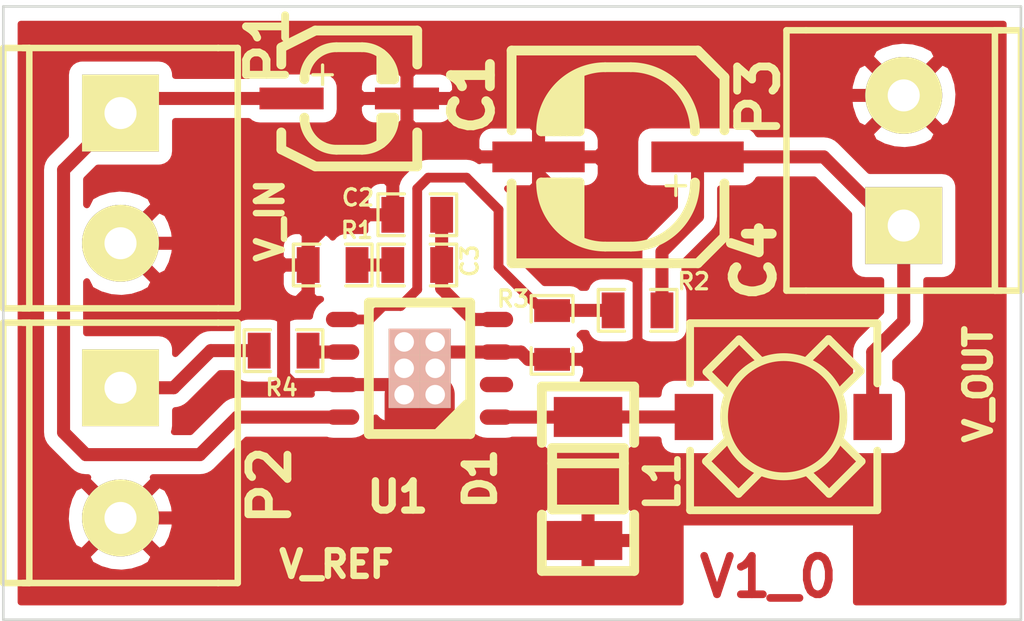
<source format=kicad_pcb>
(kicad_pcb (version 4) (host pcbnew "(2015-04-17 BZR 5609)-product")

  (general
    (links 30)
    (no_connects 0)
    (area 134.620999 93.195 175.533096 117.580001)
    (thickness 1.6)
    (drawings 5)
    (tracks 83)
    (zones 0)
    (modules 14)
    (nets 11)
  )

  (page A4)
  (title_block
    (title "L5973d Testing Board")
    (date "27 kwiecień 2015")
    (rev V1_0)
    (company Volovique)
  )

  (layers
    (0 F.Cu signal)
    (31 B.Cu signal)
    (32 B.Adhes user)
    (33 F.Adhes user)
    (34 B.Paste user)
    (35 F.Paste user)
    (36 B.SilkS user)
    (37 F.SilkS user)
    (38 B.Mask user)
    (39 F.Mask user)
    (40 Dwgs.User user)
    (41 Cmts.User user)
    (42 Eco1.User user)
    (43 Eco2.User user)
    (44 Edge.Cuts user)
    (45 Margin user)
    (46 B.CrtYd user)
    (47 F.CrtYd user)
    (48 B.Fab user)
    (49 F.Fab user)
  )

  (setup
    (last_trace_width 0.508)
    (user_trace_width 0.254)
    (user_trace_width 0.381)
    (user_trace_width 0.508)
    (user_trace_width 1.524)
    (trace_clearance 0.2)
    (zone_clearance 0.508)
    (zone_45_only no)
    (trace_min 0.2)
    (segment_width 0.2)
    (edge_width 0.1)
    (via_size 0.6)
    (via_drill 0.4)
    (via_min_size 0.4)
    (via_min_drill 0.3)
    (uvia_size 0.3)
    (uvia_drill 0.1)
    (uvias_allowed no)
    (uvia_min_size 0.2)
    (uvia_min_drill 0.1)
    (pcb_text_width 0.3)
    (pcb_text_size 1.5 1.5)
    (mod_edge_width 0.15)
    (mod_text_size 1 1)
    (mod_text_width 0.15)
    (pad_size 1.5 1.5)
    (pad_drill 0.6)
    (pad_to_mask_clearance 0)
    (aux_axis_origin 0 0)
    (visible_elements 7FFFFFFF)
    (pcbplotparams
      (layerselection 0x00030_80000001)
      (usegerberextensions false)
      (excludeedgelayer false)
      (linewidth 0.100000)
      (plotframeref false)
      (viasonmask false)
      (mode 1)
      (useauxorigin false)
      (hpglpennumber 1)
      (hpglpenspeed 20)
      (hpglpendiameter 15)
      (hpglpenoverlay 2)
      (psnegative false)
      (psa4output false)
      (plotreference true)
      (plotvalue true)
      (plotinvisibletext false)
      (padsonsilk false)
      (subtractmaskfromsilk false)
      (outputformat 1)
      (mirror false)
      (drillshape 0)
      (scaleselection 1)
      (outputdirectory Gerber_Pdf/))
  )

  (net 0 "")
  (net 1 V_IN)
  (net 2 "Net-(C2-Pad1)")
  (net 3 "Net-(C3-Pad2)")
  (net 4 V_OUT)
  (net 5 "Net-(D1-Pad2)")
  (net 6 "Net-(R2-Pad2)")
  (net 7 V_REF)
  (net 8 "Net-(U1-Pad2)")
  (net 9 GNDA)
  (net 10 "Net-(R4-Pad2)")

  (net_class Default "To jest domyślna klasa połączeń."
    (clearance 0.2)
    (trace_width 0.25)
    (via_dia 0.6)
    (via_drill 0.4)
    (uvia_dia 0.3)
    (uvia_drill 0.1)
    (add_net GNDA)
    (add_net "Net-(C2-Pad1)")
    (add_net "Net-(C3-Pad2)")
    (add_net "Net-(D1-Pad2)")
    (add_net "Net-(R2-Pad2)")
    (add_net "Net-(R4-Pad2)")
    (add_net "Net-(U1-Pad2)")
    (add_net V_IN)
    (add_net V_OUT)
    (add_net V_REF)
  )

  (module Smd_Electrolytic:10uF_10V_Size_C_5x5_3 (layer F.Cu) (tedit 553EA968) (tstamp 553E9DC2)
    (at 148.44 97.19 180)
    (tags "SMD Capacitor, Aluminimu Electrolytic, Size 10x10")
    (path /553EA1B3)
    (fp_text reference C1 (at -4.8 0.15 270) (layer F.SilkS)
      (effects (font (thickness 0.381)))
    )
    (fp_text value 10uF_35V (at -6.31 2.72 180) (layer F.SilkS) hide
      (effects (font (size 1 1) (thickness 0.25)))
    )
    (fp_line (start -1.5 -0.8) (end -1.5 -1.3) (layer F.SilkS) (width 0.381))
    (fp_line (start -1.5 0.8) (end -1.5 1.2) (layer F.SilkS) (width 0.381))
    (fp_line (start -1.75 0.75) (end -1.25 0.75) (layer F.SilkS) (width 0.381))
    (fp_line (start -1.25 0.75) (end -1.25 1.75) (layer F.SilkS) (width 0.381))
    (fp_line (start -1.25 -0.75) (end -1.25 -1.75) (layer F.SilkS) (width 0.381))
    (fp_line (start -1.75 -0.75) (end -1.25 -0.75) (layer F.SilkS) (width 0.381))
    (fp_line (start -0.5 2) (end 0.5 2) (layer F.SilkS) (width 0.381))
    (fp_arc (start 0.5 0.75) (end 1.75 0.75) (angle 90) (layer F.SilkS) (width 0.381))
    (fp_arc (start -0.5 0.75) (end -0.5 2) (angle 90) (layer F.SilkS) (width 0.381))
    (fp_line (start -0.5 -2) (end 0.5 -2) (layer F.SilkS) (width 0.381))
    (fp_arc (start 0.5 -0.75) (end 0.5 -2) (angle 90) (layer F.SilkS) (width 0.381))
    (fp_arc (start -0.5 -0.75) (end -1.75 -0.75) (angle 90) (layer F.SilkS) (width 0.381))
    (fp_line (start 2.65 1.325) (end 2.65 1.9875) (layer F.SilkS) (width 0.381))
    (fp_line (start 2.65 1.9875) (end 1.325 2.65) (layer F.SilkS) (width 0.381))
    (fp_line (start 2.65 -1.9875) (end 2.65 -1.325) (layer F.SilkS) (width 0.381))
    (fp_line (start 1.325 -2.65) (end 2.65 -1.9875) (layer F.SilkS) (width 0.381))
    (fp_line (start -2.65 -2.65) (end -2.65 -1.325) (layer F.SilkS) (width 0.381))
    (fp_line (start -2.65 1.325) (end -2.65 2.65) (layer F.SilkS) (width 0.381))
    (fp_line (start -2.65 2.65) (end 1.325 2.65) (layer F.SilkS) (width 0.381))
    (fp_line (start -2.65 -2.65) (end 1.325 -2.65) (layer F.SilkS) (width 0.381))
    (fp_line (start 1.422 0.925) (end 0.66 0.925) (layer F.SilkS) (width 0.127))
    (fp_line (start 1.041 0.544) (end 1.041 1.306) (layer F.SilkS) (width 0.127))
    (pad 1 smd rect (at 2.25 0 180) (size 2.5 0.85) (layers F.Cu F.Paste F.Mask)
      (net 1 V_IN))
    (pad 2 smd rect (at -2.25 0 180) (size 2.5 0.85) (layers F.Cu F.Paste F.Mask)
      (net 9 GNDA))
    (model Capacitors/Smd_Electrolytic/3D_View/10uF_35V_Size_C_5x5_3.wrl
      (at (xyz 0 0 0))
      (scale (xyz 1 1 1))
      (rotate (xyz 0 0 0))
    )
  )

  (module Capacitor_Smd_0805:27pF_25V_SM0805 (layer F.Cu) (tedit 553EA282) (tstamp 553E9DC8)
    (at 151.09 101.73 180)
    (descr "Capacitor SM0805 27pF 25V")
    (tags Capacitor)
    (path /553E9FDB)
    (attr smd)
    (fp_text reference C2 (at 2.31 0.67 180) (layer F.SilkS)
      (effects (font (size 0.635 0.635) (thickness 0.127)))
    )
    (fp_text value 220pF_25V (at 0.82 1.52 180) (layer F.SilkS) hide
      (effects (font (size 0.635 0.635) (thickness 0.127)))
    )
    (fp_line (start -0.51562 -0.8128) (end -1.53162 -0.8128) (layer F.SilkS) (width 0.127))
    (fp_line (start -1.53162 0.81534) (end -0.508 0.81534) (layer F.SilkS) (width 0.127))
    (fp_line (start -1.5367 0.81026) (end -1.5367 -0.8001) (layer F.SilkS) (width 0.127))
    (fp_line (start 1.52908 0.81026) (end 1.52908 -0.8001) (layer F.SilkS) (width 0.127))
    (fp_line (start 1.524 0.81534) (end 0.50038 0.81534) (layer F.SilkS) (width 0.127))
    (fp_line (start 0.508 -0.8128) (end 1.524 -0.8128) (layer F.SilkS) (width 0.127))
    (pad 1 smd rect (at -0.9525 0 180) (size 0.889 1.397) (layers F.Cu F.Paste F.Mask)
      (net 2 "Net-(C2-Pad1)"))
    (pad 2 smd rect (at 0.9525 0 180) (size 0.889 1.397) (layers F.Cu F.Paste F.Mask)
      (net 9 GNDA))
    (model Capacitors/Smd_0805/3D_View/27pF_25V_SM0805.wrl
      (at (xyz 0 0 0))
      (scale (xyz 1 1 1))
      (rotate (xyz 0 0 0))
    )
  )

  (module Capacitor_Smd_0805:27pF_25V_SM0805 (layer F.Cu) (tedit 553EA298) (tstamp 553E9DCE)
    (at 151.09 103.69 180)
    (descr "Capacitor SM0805 27pF 25V")
    (tags Capacitor)
    (path /553E9DF5)
    (attr smd)
    (fp_text reference C3 (at -2.05 0.16 270) (layer F.SilkS)
      (effects (font (size 0.635 0.635) (thickness 0.127)))
    )
    (fp_text value 22nF_25V (at -2.8 1.07 270) (layer F.SilkS) hide
      (effects (font (size 0.635 0.635) (thickness 0.127)))
    )
    (fp_line (start -0.51562 -0.8128) (end -1.53162 -0.8128) (layer F.SilkS) (width 0.127))
    (fp_line (start -1.53162 0.81534) (end -0.508 0.81534) (layer F.SilkS) (width 0.127))
    (fp_line (start -1.5367 0.81026) (end -1.5367 -0.8001) (layer F.SilkS) (width 0.127))
    (fp_line (start 1.52908 0.81026) (end 1.52908 -0.8001) (layer F.SilkS) (width 0.127))
    (fp_line (start 1.524 0.81534) (end 0.50038 0.81534) (layer F.SilkS) (width 0.127))
    (fp_line (start 0.508 -0.8128) (end 1.524 -0.8128) (layer F.SilkS) (width 0.127))
    (pad 1 smd rect (at -0.9525 0 180) (size 0.889 1.397) (layers F.Cu F.Paste F.Mask)
      (net 2 "Net-(C2-Pad1)"))
    (pad 2 smd rect (at 0.9525 0 180) (size 0.889 1.397) (layers F.Cu F.Paste F.Mask)
      (net 3 "Net-(C3-Pad2)"))
    (model Capacitors/Smd_0805/3D_View/27pF_25V_SM0805.wrl
      (at (xyz 0 0 0))
      (scale (xyz 1 1 1))
      (rotate (xyz 0 0 0))
    )
  )

  (module Smd_Electrolytic:330uF_16V_Size_F_8x8_3 (layer F.Cu) (tedit 553EA961) (tstamp 553E9DD4)
    (at 158.92 99.47)
    (tags "SMD Capacitor, Aluminimu Electrolytic, Size 10x10")
    (path /553E9C81)
    (fp_text reference C4 (at 5.31 4.05 90) (layer F.SilkS)
      (effects (font (thickness 0.381)))
    )
    (fp_text value 330uF_16V (at 5.48 -1.21 90) (layer F.SilkS) hide
      (effects (font (size 1 1) (thickness 0.25)))
    )
    (fp_line (start -2.75 -1) (end -2.75 -1.75) (layer F.SilkS) (width 0.381))
    (fp_line (start -2.5 -1) (end -2.5 -2.25) (layer F.SilkS) (width 0.381))
    (fp_line (start -2.25 -1) (end -2.25 -2.5) (layer F.SilkS) (width 0.381))
    (fp_line (start -2 -1) (end -2 -2.75) (layer F.SilkS) (width 0.381))
    (fp_line (start -1.75 -1) (end -1.75 -3) (layer F.SilkS) (width 0.381))
    (fp_line (start -2.75 1) (end -2.75 1.75) (layer F.SilkS) (width 0.381))
    (fp_line (start -2.5 1) (end -2.5 2.25) (layer F.SilkS) (width 0.381))
    (fp_line (start -2.25 1) (end -2.25 2.5) (layer F.SilkS) (width 0.381))
    (fp_line (start -2 1) (end -2 2.75) (layer F.SilkS) (width 0.381))
    (fp_line (start -1.75 1) (end -1.75 3) (layer F.SilkS) (width 0.381))
    (fp_line (start -1.5 1) (end -1.5 3.25) (layer F.SilkS) (width 0.381))
    (fp_line (start -1.5 -1) (end -1.5 -3.25) (layer F.SilkS) (width 0.381))
    (fp_line (start -3 1) (end -1.5 1) (layer F.SilkS) (width 0.381))
    (fp_line (start -3 -1) (end -1.5 -1) (layer F.SilkS) (width 0.381))
    (fp_line (start -0.5 -3.5) (end 0.5 -3.5) (layer F.SilkS) (width 0.381))
    (fp_line (start 0.5 3.5) (end -0.5 3.5) (layer F.SilkS) (width 0.381))
    (fp_arc (start 0.5 1) (end 3 1) (angle 90) (layer F.SilkS) (width 0.381))
    (fp_arc (start -0.5 1) (end -0.5 3.5) (angle 90) (layer F.SilkS) (width 0.381))
    (fp_arc (start 0.5 -1) (end 0.5 -3.5) (angle 90) (layer F.SilkS) (width 0.381))
    (fp_arc (start -0.5 -1) (end -3 -1) (angle 90) (layer F.SilkS) (width 0.381))
    (fp_line (start -4.15 1.0375) (end -4.15 4.15) (layer F.SilkS) (width 0.381))
    (fp_line (start -4.15 4.15) (end 2.075 4.15) (layer F.SilkS) (width 0.381))
    (fp_line (start 2.075 4.15) (end 3.1125 4.15) (layer F.SilkS) (width 0.381))
    (fp_line (start 3.1125 4.15) (end 4.15 3.1125) (layer F.SilkS) (width 0.381))
    (fp_line (start 4.15 3.1125) (end 4.15 1.0375) (layer F.SilkS) (width 0.381))
    (fp_line (start -4.15 -1.0375) (end -4.15 -4.15) (layer F.SilkS) (width 0.381))
    (fp_line (start -4.15 -4.15) (end 3.1125 -4.15) (layer F.SilkS) (width 0.381))
    (fp_line (start 3.1125 -4.15) (end 4.15 -3.1125) (layer F.SilkS) (width 0.381))
    (fp_line (start 4.15 -3.1125) (end 4.15 -1.0375) (layer F.SilkS) (width 0.381))
    (fp_line (start 2.6345 1.125) (end 1.8725 1.125) (layer F.SilkS) (width 0.127))
    (fp_line (start 2.2535 0.744) (end 2.2535 1.506) (layer F.SilkS) (width 0.127))
    (pad 1 smd rect (at 3.1 0) (size 3.6 1.2) (layers F.Cu F.Paste F.Mask)
      (net 4 V_OUT))
    (pad 2 smd rect (at -3.1 0) (size 3.6 1.2) (layers F.Cu F.Paste F.Mask)
      (net 9 GNDA))
    (model Capacitors/Smd_Electrolytic/3D_View/330uF_16V_Size_F_8x8_3.wrl
      (at (xyz 0 0 0))
      (scale (xyz 1 1 1))
      (rotate (xyz 0 0 0))
    )
  )

  (module Diodes:SS14_SMD_DO21AC (layer F.Cu) (tedit 50CF2199) (tstamp 553E9DDA)
    (at 157.75 112.03 90)
    (descr DO214AC)
    (path /553E9727)
    (fp_text reference D1 (at 0 -4.20116 90) (layer F.SilkS)
      (effects (font (size 1.143 1.143) (thickness 0.28702)))
    )
    (fp_text value SS14 (at 0 -2.60096 90) (layer F.SilkS) hide
      (effects (font (size 1.143 1.143) (thickness 0.28702)))
    )
    (fp_line (start -1.39954 -1.80086) (end -3.59918 -1.80086) (layer F.SilkS) (width 0.381))
    (fp_line (start -3.59918 1.80086) (end -1.39954 1.80086) (layer F.SilkS) (width 0.381))
    (fp_line (start -3.59918 -1.80086) (end -3.59918 1.80086) (layer F.SilkS) (width 0.381))
    (fp_line (start 3.59918 -1.80086) (end 3.59918 1.80086) (layer F.SilkS) (width 0.381))
    (fp_line (start 3.59918 1.80086) (end 1.39954 1.80086) (layer F.SilkS) (width 0.381))
    (fp_line (start 1.39954 -1.80086) (end 3.59918 -1.80086) (layer F.SilkS) (width 0.381))
    (fp_line (start 0.59944 -1.39954) (end 0.59944 1.39954) (layer F.SilkS) (width 0.381))
    (fp_line (start 1.19888 -1.39954) (end -1.19888 -1.39954) (layer F.SilkS) (width 0.381))
    (fp_line (start -1.19888 -1.39954) (end -1.19888 1.39954) (layer F.SilkS) (width 0.381))
    (fp_line (start -1.19888 1.39954) (end 1.19888 1.39954) (layer F.SilkS) (width 0.381))
    (fp_line (start 1.19888 1.39954) (end 1.19888 -1.39954) (layer F.SilkS) (width 0.381))
    (pad 2 smd rect (at 2.41046 0 90) (size 1.55956 2.67208) (layers F.Cu F.Paste F.Mask)
      (net 5 "Net-(D1-Pad2)"))
    (pad 1 smd rect (at -2.41046 0 90) (size 1.51892 2.67208) (layers F.Cu F.Paste F.Mask)
      (net 9 GNDA))
    (model Diodes\3D_View\SS14_DO214AC.wrl
      (at (xyz 0 0 0))
      (scale (xyz 1 1 1))
      (rotate (xyz 0 0 0))
    )
  )

  (module Inductors:DER0705-15uH (layer F.Cu) (tedit 553EAA59) (tstamp 553E9DE0)
    (at 165.38 109.61 90)
    (tags "Inductor 15uH/1_33A")
    (path /553E96C5)
    (fp_text reference L1 (at -2.54 -4.72 90) (layer F.SilkS)
      (effects (font (size 1.27 1.27) (thickness 0.254)))
    )
    (fp_text value DER0705-15uH (at -4.75 1.67 180) (layer F.SilkS) hide
      (effects (font (size 1 1) (thickness 0.25)))
    )
    (fp_line (start -3.64998 3.64998) (end -1.32588 3.64998) (layer F.SilkS) (width 0.3048))
    (fp_line (start 3.64998 3.64998) (end 1.30048 3.64998) (layer F.SilkS) (width 0.3048))
    (fp_line (start -3.64998 -3.64998) (end -1.32588 -3.64998) (layer F.SilkS) (width 0.3048))
    (fp_line (start 3.64998 -3.64998) (end 1.30048 -3.64998) (layer F.SilkS) (width 0.3048))
    (fp_line (start -1.7399 3.04038) (end -3.0099 1.77038) (layer F.SilkS) (width 0.3048))
    (fp_line (start -3.0099 1.77038) (end -2.18948 0.94996) (layer F.SilkS) (width 0.3048))
    (fp_line (start -1.7399 3.03022) (end -0.89916 2.18948) (layer F.SilkS) (width 0.3048))
    (fp_line (start 3.02006 -1.7399) (end 1.75006 -3.0099) (layer F.SilkS) (width 0.3048))
    (fp_line (start 1.75006 -3.0099) (end 0.92964 -2.18948) (layer F.SilkS) (width 0.3048))
    (fp_line (start 3.02006 -1.7399) (end 2.19964 -0.91948) (layer F.SilkS) (width 0.3048))
    (fp_line (start -3.0099 -1.76022) (end -2.2098 -0.96012) (layer F.SilkS) (width 0.3048))
    (fp_line (start -1.7399 -3.03022) (end -3.0099 -1.76022) (layer F.SilkS) (width 0.3048))
    (fp_line (start -1.7399 -3.03022) (end -0.89916 -2.18948) (layer F.SilkS) (width 0.3048))
    (fp_line (start 0.92964 2.14884) (end 1.78054 2.99974) (layer F.SilkS) (width 0.3048))
    (fp_line (start 1.78054 2.99974) (end 3.03022 1.75006) (layer F.SilkS) (width 0.3048))
    (fp_line (start 3.03022 1.75006) (end 2.19964 0.91948) (layer F.SilkS) (width 0.3048))
    (fp_circle (center 0 0) (end 1.00076 2.10058) (layer F.SilkS) (width 0.3048))
    (fp_line (start -3.64998 -3.64998) (end -3.64998 3.64998) (layer F.SilkS) (width 0.3048))
    (fp_line (start 3.64998 3.64998) (end 3.64998 -3.64998) (layer F.SilkS) (width 0.3048))
    (pad 1 smd rect (at -0.01016 -3.50012 90) (size 1.80086 1.50114) (layers F.Cu F.Paste F.Mask)
      (net 5 "Net-(D1-Pad2)") (solder_mask_margin 0.01) (clearance 0.5))
    (pad 2 smd rect (at -0.01016 3.46964 90) (size 1.80086 1.50114) (layers F.Cu F.Paste F.Mask)
      (net 4 V_OUT) (solder_mask_margin 0.01) (clearance 0.5))
    (model Inductors/3D_View/DER0705_15uh.x3d
      (at (xyz 0 0 0))
      (scale (xyz 1 1 1))
      (rotate (xyz 0 0 0))
    )
  )

  (module Resistor_Smd_0805:4k7_0W25_SM0805 (layer F.Cu) (tedit 553EA9F0) (tstamp 553E9DE6)
    (at 147.79 103.69 180)
    (tags Resistor)
    (path /553E9E74)
    (attr smd)
    (fp_text reference R1 (at -0.95 1.36 180) (layer F.SilkS)
      (effects (font (size 0.635 0.635) (thickness 0.127)))
    )
    (fp_text value 4K7_0W25 (at 1.12 -1.34 360) (layer F.SilkS) hide
      (effects (font (size 0.635 0.635) (thickness 0.127)))
    )
    (fp_line (start -0.51562 -0.8128) (end -1.53162 -0.8128) (layer F.SilkS) (width 0.127))
    (fp_line (start -1.53162 0.81534) (end -0.508 0.81534) (layer F.SilkS) (width 0.127))
    (fp_line (start -1.5367 0.81026) (end -1.5367 -0.8001) (layer F.SilkS) (width 0.127))
    (fp_line (start 1.52908 0.81026) (end 1.52908 -0.8001) (layer F.SilkS) (width 0.127))
    (fp_line (start 1.524 0.81534) (end 0.50038 0.81534) (layer F.SilkS) (width 0.127))
    (fp_line (start 0.508 -0.8128) (end 1.524 -0.8128) (layer F.SilkS) (width 0.127))
    (pad 1 smd rect (at -0.9525 0 180) (size 0.889 1.397) (layers F.Cu F.Paste F.Mask)
      (net 3 "Net-(C3-Pad2)"))
    (pad 2 smd rect (at 0.9525 0 180) (size 0.889 1.397) (layers F.Cu F.Paste F.Mask)
      (net 9 GNDA))
    (model Resistors\Smd_0805\3D_View\4k7_0W25_SM0805.wrl
      (at (xyz 0 0 0))
      (scale (xyz 1 1 1))
      (rotate (xyz 0 0 0))
    )
  )

  (module Resistor_Smd_0805:6k8_0W25_SM0805 (layer F.Cu) (tedit 553EA259) (tstamp 553E9DEC)
    (at 159.68 105.46 180)
    (tags Resistor)
    (path /553E97F2)
    (attr smd)
    (fp_text reference R2 (at -2.19 1.13 180) (layer F.SilkS)
      (effects (font (size 0.635 0.635) (thickness 0.127)))
    )
    (fp_text value 6K8_0W25 (at -4.16 0.18 180) (layer F.SilkS) hide
      (effects (font (size 0.635 0.635) (thickness 0.127)))
    )
    (fp_line (start -0.51562 -0.8128) (end -1.53162 -0.8128) (layer F.SilkS) (width 0.127))
    (fp_line (start -1.53162 0.81534) (end -0.508 0.81534) (layer F.SilkS) (width 0.127))
    (fp_line (start -1.5367 0.81026) (end -1.5367 -0.8001) (layer F.SilkS) (width 0.127))
    (fp_line (start 1.52908 0.81026) (end 1.52908 -0.8001) (layer F.SilkS) (width 0.127))
    (fp_line (start 1.524 0.81534) (end 0.50038 0.81534) (layer F.SilkS) (width 0.127))
    (fp_line (start 0.508 -0.8128) (end 1.524 -0.8128) (layer F.SilkS) (width 0.127))
    (pad 1 smd rect (at -0.9525 0 180) (size 0.889 1.397) (layers F.Cu F.Paste F.Mask)
      (net 4 V_OUT))
    (pad 2 smd rect (at 0.9525 0 180) (size 0.889 1.397) (layers F.Cu F.Paste F.Mask)
      (net 6 "Net-(R2-Pad2)"))
    (model Resistors\Smd_0805\3D_View\6k8_0W25_SM0805.wrl
      (at (xyz 0 0 0))
      (scale (xyz 1 1 1))
      (rotate (xyz 0 0 0))
    )
  )

  (module Resistor_Smd_0805:2k2_0W25_SM0805 (layer F.Cu) (tedit 553EA26B) (tstamp 553E9DF2)
    (at 156.35 106.42 270)
    (tags Resistor)
    (path /553E97CF)
    (attr smd)
    (fp_text reference R3 (at -1.41 1.52 360) (layer F.SilkS)
      (effects (font (size 0.635 0.635) (thickness 0.127)))
    )
    (fp_text value 2K2_0W25 (at 1.09 -3.34 360) (layer F.SilkS) hide
      (effects (font (size 0.635 0.635) (thickness 0.127)))
    )
    (fp_line (start -0.51562 -0.8128) (end -1.53162 -0.8128) (layer F.SilkS) (width 0.127))
    (fp_line (start -1.53162 0.81534) (end -0.508 0.81534) (layer F.SilkS) (width 0.127))
    (fp_line (start -1.5367 0.81026) (end -1.5367 -0.8001) (layer F.SilkS) (width 0.127))
    (fp_line (start 1.52908 0.81026) (end 1.52908 -0.8001) (layer F.SilkS) (width 0.127))
    (fp_line (start 1.524 0.81534) (end 0.50038 0.81534) (layer F.SilkS) (width 0.127))
    (fp_line (start 0.508 -0.8128) (end 1.524 -0.8128) (layer F.SilkS) (width 0.127))
    (pad 1 smd rect (at -0.9525 0 270) (size 0.889 1.397) (layers F.Cu F.Paste F.Mask)
      (net 6 "Net-(R2-Pad2)"))
    (pad 2 smd rect (at 0.9525 0 270) (size 0.889 1.397) (layers F.Cu F.Paste F.Mask)
      (net 9 GNDA))
    (model Resistors\Smd_0805\3D_View\2k2_0W25_SM0805.wrl
      (at (xyz 0 0 0))
      (scale (xyz 1 1 1))
      (rotate (xyz 0 0 0))
    )
  )

  (module Switching:L5973d_SO8 (layer F.Cu) (tedit 553EA0FD) (tstamp 553E9E04)
    (at 151.18 107.72 90)
    (tags "Switching Voltage Regulator")
    (path /553E9482)
    (attr smd)
    (fp_text reference U1 (at -5.02 -0.85 180) (layer F.SilkS)
      (effects (font (size 1.143 1.143) (thickness 0.28575)))
    )
    (fp_text value L5973d (at -3.53 -2.67 360) (layer F.SilkS) hide
      (effects (font (size 0.889 0.889) (thickness 0.22352)))
    )
    (fp_line (start -2.50936 0.74104) (end -1.40954 1.84086) (layer F.SilkS) (width 0.381))
    (fp_line (start -2.49936 1.09982) (end -1.69926 1.89992) (layer F.SilkS) (width 0.381))
    (fp_line (start -2.53936 1.43954) (end -2.03898 1.93992) (layer F.SilkS) (width 0.381))
    (fp_line (start 2.5654 -1.97612) (end -2.5654 -1.97612) (layer F.SilkS) (width 0.381))
    (fp_line (start -2.5654 -1.97612) (end -2.5654 1.97612) (layer F.SilkS) (width 0.381))
    (fp_line (start -2.5654 1.97612) (end 2.5654 1.97612) (layer F.SilkS) (width 0.381))
    (fp_line (start 2.5654 1.97612) (end 2.5654 -1.97612) (layer F.SilkS) (width 0.381))
    (pad 0 thru_hole rect (at 1.03 -0.6 90) (size 1.03 1.205) (drill oval 0.762) (layers *.Cu *.SilkS *.Mask)
      (net 9 GNDA))
    (pad 0 thru_hole rect (at -1.03 -0.6 90) (size 1.03 1.205) (drill oval 0.762) (layers *.Cu *.SilkS *.Mask)
      (net 9 GNDA))
    (pad 0 thru_hole rect (at 0 -0.6 90) (size 1.03 1.205) (drill oval 0.762) (layers *.Cu *.SilkS *.Mask)
      (net 9 GNDA))
    (pad 0 thru_hole rect (at 0 0.61 90) (size 1.03 1.205) (drill oval 0.762) (layers *.Cu *.SilkS *.Mask)
      (net 9 GNDA))
    (pad 0 thru_hole rect (at -1.03 0.61 90) (size 1.03 1.205) (drill oval 0.762) (layers *.Cu *.SilkS *.Mask)
      (net 9 GNDA))
    (pad 8 smd oval (at -1.905 -2.99974 90) (size 0.59944 1.3) (layers F.Cu F.Paste F.Mask)
      (net 1 V_IN) (solder_mask_margin 0.01) (clearance 0.1))
    (pad 1 smd oval (at -1.905 2.99974 90) (size 0.59944 1.3) (layers F.Cu F.Paste F.Mask)
      (net 5 "Net-(D1-Pad2)") (solder_mask_margin 0.01) (clearance 0.1))
    (pad 7 smd oval (at -0.635 -2.99974 90) (size 0.59944 1.3) (layers F.Cu F.Paste F.Mask)
      (net 9 GNDA) (solder_mask_margin 0.01) (clearance 0.1))
    (pad 6 smd oval (at 0.635 -2.99974 90) (size 0.59944 1.3) (layers F.Cu F.Paste F.Mask)
      (net 10 "Net-(R4-Pad2)") (solder_mask_margin 0.01) (clearance 0.1))
    (pad 5 smd oval (at 1.905 -2.99974 90) (size 0.59944 1.3) (layers F.Cu F.Paste F.Mask)
      (net 6 "Net-(R2-Pad2)") (solder_mask_margin 0.01) (clearance 0.1))
    (pad 2 smd oval (at -0.635 2.99974 90) (size 0.59944 1.3) (layers F.Cu F.Paste F.Mask)
      (net 8 "Net-(U1-Pad2)") (solder_mask_margin 0.01) (clearance 0.1))
    (pad 3 smd oval (at 0.635 2.99974 90) (size 0.59944 1.3) (layers F.Cu F.Paste F.Mask)
      (net 9 GNDA) (solder_mask_margin 0.01) (clearance 0.1))
    (pad 4 smd oval (at 1.905 2.99974 90) (size 0.59944 1.3) (layers F.Cu F.Paste F.Mask)
      (net 2 "Net-(C2-Pad1)") (solder_mask_margin 0.01) (clearance 0.1))
    (pad 0 thru_hole rect (at 1.03 0.61 90) (size 1.03 1.205) (drill oval 0.762) (layers *.Cu *.SilkS *.Mask)
      (net 9 GNDA))
    (model Dc_Dc_Regulators/Switching/3D_View/L5973d_SO8.x3d
      (at (xyz 0 0 0))
      (scale (xyz 1 1 1))
      (rotate (xyz 0 0 0))
    )
  )

  (module Connectors:mors_2p (layer F.Cu) (tedit 553EAA72) (tstamp 553EAF7F)
    (at 139.52 100.3 270)
    (descr "Terminal block 2 pins")
    (tags DEV)
    (path /553EADBF)
    (fp_text reference P1 (at -5.16 -5.73 270) (layer F.SilkS)
      (effects (font (thickness 0.3048)))
    )
    (fp_text value V_IN (at 1.65 -5.83 270) (layer F.SilkS)
      (effects (font (size 1 1) (thickness 0.25)))
    )
    (fp_line (start 5.08 -3.81) (end 5.08 -4.572) (layer F.SilkS) (width 0.254))
    (fp_line (start 5.08 -4.572) (end -5.08 -4.572) (layer F.SilkS) (width 0.254))
    (fp_line (start -5.08 -4.572) (end -5.08 -3.81) (layer F.SilkS) (width 0.254))
    (fp_line (start 5.08 4.572) (end -5.08 4.572) (layer F.SilkS) (width 0.254))
    (fp_line (start -5.08 4.572) (end -5.08 3.556) (layer F.SilkS) (width 0.254))
    (fp_line (start -5.08 3.556) (end 5.08 3.556) (layer F.SilkS) (width 0.254))
    (fp_line (start 5.08 3.556) (end 5.08 4.572) (layer F.SilkS) (width 0.254))
    (fp_line (start 5.08 3.81) (end 5.08 -3.81) (layer F.SilkS) (width 0.254))
    (fp_line (start -5.08 -3.81) (end -5.08 3.81) (layer F.SilkS) (width 0.254))
    (pad 1 thru_hole rect (at -2.54 0 270) (size 2.99974 2.99974) (drill 1.24968) (layers *.Cu *.Mask F.SilkS)
      (net 1 V_IN))
    (pad 2 thru_hole circle (at 2.54 0 270) (size 2.99974 2.99974) (drill 1.24968) (layers *.Cu *.Mask F.SilkS)
      (net 9 GNDA))
    (model ../../Projekty/L5973d_Testing_Board/Pcb_Schematic/Pcb/Connectors/3D_View/mors_2p.wrl
      (at (xyz 0 0 0))
      (scale (xyz 1 1 1))
      (rotate (xyz 0 0 180))
    )
  )

  (module Connectors:mors_2p (layer F.Cu) (tedit 553EAA5F) (tstamp 553EAF85)
    (at 139.52 111.02 270)
    (descr "Terminal block 2 pins")
    (tags DEV)
    (path /553EB009)
    (fp_text reference P2 (at 1.27 -5.82 270) (layer F.SilkS)
      (effects (font (thickness 0.3048)))
    )
    (fp_text value V_REF (at 4.35 -8.42 360) (layer F.SilkS)
      (effects (font (size 1 1) (thickness 0.25)))
    )
    (fp_line (start 5.08 -3.81) (end 5.08 -4.572) (layer F.SilkS) (width 0.254))
    (fp_line (start 5.08 -4.572) (end -5.08 -4.572) (layer F.SilkS) (width 0.254))
    (fp_line (start -5.08 -4.572) (end -5.08 -3.81) (layer F.SilkS) (width 0.254))
    (fp_line (start 5.08 4.572) (end -5.08 4.572) (layer F.SilkS) (width 0.254))
    (fp_line (start -5.08 4.572) (end -5.08 3.556) (layer F.SilkS) (width 0.254))
    (fp_line (start -5.08 3.556) (end 5.08 3.556) (layer F.SilkS) (width 0.254))
    (fp_line (start 5.08 3.556) (end 5.08 4.572) (layer F.SilkS) (width 0.254))
    (fp_line (start 5.08 3.81) (end 5.08 -3.81) (layer F.SilkS) (width 0.254))
    (fp_line (start -5.08 -3.81) (end -5.08 3.81) (layer F.SilkS) (width 0.254))
    (pad 1 thru_hole rect (at -2.54 0 270) (size 2.99974 2.99974) (drill 1.24968) (layers *.Cu *.Mask F.SilkS)
      (net 7 V_REF))
    (pad 2 thru_hole circle (at 2.54 0 270) (size 2.99974 2.99974) (drill 1.24968) (layers *.Cu *.Mask F.SilkS)
      (net 9 GNDA))
    (model ../../Projekty/L5973d_Testing_Board/Pcb_Schematic/Pcb/Connectors/3D_View/mors_2p.wrl
      (at (xyz 0 0 0))
      (scale (xyz 1 1 1))
      (rotate (xyz 0 0 180))
    )
  )

  (module Connectors:mors_2p (layer F.Cu) (tedit 553EAA65) (tstamp 553EAF8B)
    (at 170.06 99.61 90)
    (descr "Terminal block 2 pins")
    (tags DEV)
    (path /553EAAFB)
    (fp_text reference P3 (at 2.47 -5.66 90) (layer F.SilkS)
      (effects (font (thickness 0.3048)))
    )
    (fp_text value V_OUT (at -8.73 2.91 90) (layer F.SilkS)
      (effects (font (size 1 1) (thickness 0.25)))
    )
    (fp_line (start 5.08 -3.81) (end 5.08 -4.572) (layer F.SilkS) (width 0.254))
    (fp_line (start 5.08 -4.572) (end -5.08 -4.572) (layer F.SilkS) (width 0.254))
    (fp_line (start -5.08 -4.572) (end -5.08 -3.81) (layer F.SilkS) (width 0.254))
    (fp_line (start 5.08 4.572) (end -5.08 4.572) (layer F.SilkS) (width 0.254))
    (fp_line (start -5.08 4.572) (end -5.08 3.556) (layer F.SilkS) (width 0.254))
    (fp_line (start -5.08 3.556) (end 5.08 3.556) (layer F.SilkS) (width 0.254))
    (fp_line (start 5.08 3.556) (end 5.08 4.572) (layer F.SilkS) (width 0.254))
    (fp_line (start 5.08 3.81) (end 5.08 -3.81) (layer F.SilkS) (width 0.254))
    (fp_line (start -5.08 -3.81) (end -5.08 3.81) (layer F.SilkS) (width 0.254))
    (pad 1 thru_hole rect (at -2.54 0 90) (size 2.99974 2.99974) (drill 1.24968) (layers *.Cu *.Mask F.SilkS)
      (net 4 V_OUT))
    (pad 2 thru_hole circle (at 2.54 0 90) (size 2.99974 2.99974) (drill 1.24968) (layers *.Cu *.Mask F.SilkS)
      (net 9 GNDA))
    (model ../../Projekty/L5973d_Testing_Board/Pcb_Schematic/Pcb/Connectors/3D_View/mors_2p.wrl
      (at (xyz 0 0 0))
      (scale (xyz 1 1 1))
      (rotate (xyz 0 0 180))
    )
  )

  (module Resistor_Smd_0805:0R_0W25_SM0805 (layer F.Cu) (tedit 553EAA0F) (tstamp 553EB308)
    (at 145.88 107.03)
    (tags Resistor)
    (path /553EBB76)
    (attr smd)
    (fp_text reference R4 (at -0.08 1.44) (layer F.SilkS)
      (effects (font (size 0.635 0.635) (thickness 0.127)))
    )
    (fp_text value 0R_0W25 (at 0.5 2.25) (layer F.SilkS) hide
      (effects (font (size 0.635 0.635) (thickness 0.127)))
    )
    (fp_line (start -0.51562 -0.8128) (end -1.53162 -0.8128) (layer F.SilkS) (width 0.127))
    (fp_line (start -1.53162 0.81534) (end -0.508 0.81534) (layer F.SilkS) (width 0.127))
    (fp_line (start -1.5367 0.81026) (end -1.5367 -0.8001) (layer F.SilkS) (width 0.127))
    (fp_line (start 1.52908 0.81026) (end 1.52908 -0.8001) (layer F.SilkS) (width 0.127))
    (fp_line (start 1.524 0.81534) (end 0.50038 0.81534) (layer F.SilkS) (width 0.127))
    (fp_line (start 0.508 -0.8128) (end 1.524 -0.8128) (layer F.SilkS) (width 0.127))
    (pad 1 smd rect (at -0.9525 0) (size 0.889 1.397) (layers F.Cu F.Paste F.Mask)
      (net 7 V_REF))
    (pad 2 smd rect (at 0.9525 0) (size 0.889 1.397) (layers F.Cu F.Paste F.Mask)
      (net 10 "Net-(R4-Pad2)"))
    (model Resistors\Smd_0805\3D_View\0R_0W25_SM0805.wrl
      (at (xyz 0 0 0))
      (scale (xyz 1 1 1))
      (rotate (xyz 0 0 0))
    )
  )

  (gr_text V1_0 (at 164.78 115.86) (layer F.Cu)
    (effects (font (size 1.5 1.5) (thickness 0.3)))
  )
  (gr_line (start 134.95 117.53) (end 134.95 93.6) (angle 90) (layer Edge.Cuts) (width 0.1))
  (gr_line (start 174.63 117.53) (end 174.63 93.6) (angle 90) (layer Edge.Cuts) (width 0.1))
  (gr_line (start 174.63 117.53) (end 134.95 117.53) (angle 90) (layer Edge.Cuts) (width 0.1))
  (gr_line (start 174.63 93.6) (end 134.95 93.6) (angle 90) (layer Edge.Cuts) (width 0.1))

  (segment (start 146.19 97.19) (end 140.09 97.19) (width 0.508) (layer F.Cu) (net 1))
  (segment (start 140.09 97.19) (end 139.52 97.76) (width 0.508) (layer F.Cu) (net 1) (tstamp 553EB353))
  (segment (start 148.18026 109.625) (end 144.075 109.625) (width 0.508) (layer F.Cu) (net 1))
  (segment (start 137.3 99.98) (end 139.52 97.76) (width 0.508) (layer F.Cu) (net 1) (tstamp 553EB34F))
  (segment (start 137.3 110.22) (end 137.3 99.98) (width 0.508) (layer F.Cu) (net 1) (tstamp 553EB34E))
  (segment (start 138.17 111.09) (end 137.3 110.22) (width 0.508) (layer F.Cu) (net 1) (tstamp 553EB34D))
  (segment (start 142.61 111.09) (end 138.17 111.09) (width 0.508) (layer F.Cu) (net 1) (tstamp 553EB34C))
  (segment (start 144.075 109.625) (end 142.61 111.09) (width 0.508) (layer F.Cu) (net 1) (tstamp 553EB34B))
  (segment (start 152.0425 101.73) (end 152.0425 103.69) (width 0.508) (layer F.Cu) (net 2))
  (segment (start 152.0425 104.6025) (end 153.255 105.815) (width 0.508) (layer F.Cu) (net 2) (tstamp 553E9F9A))
  (segment (start 153.255 105.815) (end 154.17974 105.815) (width 0.508) (layer F.Cu) (net 2) (tstamp 553E9F9B))
  (segment (start 152.0425 103.69) (end 152.0425 104.6025) (width 0.508) (layer F.Cu) (net 2))
  (segment (start 150.1375 103.69) (end 148.7425 103.69) (width 0.508) (layer F.Cu) (net 3))
  (segment (start 170.06 102.15) (end 169.62 102.15) (width 0.508) (layer F.Cu) (net 4))
  (segment (start 169.62 102.15) (end 166.94 99.47) (width 0.508) (layer F.Cu) (net 4) (tstamp 553EB131))
  (segment (start 166.94 99.47) (end 162.02 99.47) (width 0.508) (layer F.Cu) (net 4) (tstamp 553EB132))
  (segment (start 168.84964 109.62016) (end 168.84964 107.09036) (width 0.508) (layer F.Cu) (net 4))
  (segment (start 170.06 105.88) (end 170.06 102.15) (width 0.508) (layer F.Cu) (net 4) (tstamp 553EB12E))
  (segment (start 168.84964 107.09036) (end 170.06 105.88) (width 0.508) (layer F.Cu) (net 4) (tstamp 553EB12D))
  (segment (start 160.6325 103.1775) (end 162.02 101.79) (width 0.508) (layer F.Cu) (net 4) (tstamp 553EA142))
  (segment (start 162.02 101.79) (end 162.02 99.47) (width 0.508) (layer F.Cu) (net 4) (tstamp 553EA143))
  (segment (start 160.6325 105.46) (end 160.6325 103.1775) (width 0.508) (layer F.Cu) (net 4))
  (segment (start 157.74454 109.625) (end 157.75 109.61954) (width 0.508) (layer F.Cu) (net 5) (tstamp 553E9EC6))
  (segment (start 154.17974 109.625) (end 157.74454 109.625) (width 0.508) (layer F.Cu) (net 5))
  (segment (start 157.75062 109.62016) (end 157.75 109.61954) (width 0.508) (layer F.Cu) (net 5) (tstamp 553E9ED7))
  (segment (start 161.87988 109.62016) (end 157.75062 109.62016) (width 0.508) (layer F.Cu) (net 5))
  (segment (start 156.3575 105.46) (end 156.35 105.4675) (width 0.508) (layer F.Cu) (net 6) (tstamp 553EA13F))
  (segment (start 158.7275 105.46) (end 156.3575 105.46) (width 0.508) (layer F.Cu) (net 6))
  (segment (start 154.26 103.76) (end 154.26 101.53) (width 0.381) (layer F.Cu) (net 6) (tstamp 553EA15E))
  (segment (start 154.26 101.53) (end 153.01 100.28) (width 0.381) (layer F.Cu) (net 6) (tstamp 553EA160))
  (segment (start 153.01 100.28) (end 151.52 100.28) (width 0.381) (layer F.Cu) (net 6) (tstamp 553EA161))
  (segment (start 151.52 100.28) (end 151.09 100.71) (width 0.381) (layer F.Cu) (net 6) (tstamp 553EA162))
  (segment (start 151.09 100.71) (end 151.09 104.64) (width 0.381) (layer F.Cu) (net 6) (tstamp 553EA163))
  (segment (start 151.09 104.64) (end 150.44 105.29) (width 0.381) (layer F.Cu) (net 6) (tstamp 553EA167))
  (segment (start 150.44 105.29) (end 149.76 105.29) (width 0.381) (layer F.Cu) (net 6) (tstamp 553EA16A))
  (segment (start 149.76 105.29) (end 149.235 105.815) (width 0.381) (layer F.Cu) (net 6) (tstamp 553EA16B))
  (segment (start 149.235 105.815) (end 148.18026 105.815) (width 0.381) (layer F.Cu) (net 6) (tstamp 553EA16C))
  (segment (start 155.9675 105.4675) (end 154.26 103.76) (width 0.381) (layer F.Cu) (net 6) (tstamp 553EA15D))
  (segment (start 156.35 105.4675) (end 155.9675 105.4675) (width 0.381) (layer F.Cu) (net 6))
  (segment (start 144.9275 107.03) (end 143.04 107.03) (width 0.508) (layer F.Cu) (net 7))
  (segment (start 141.59 108.48) (end 139.52 108.48) (width 0.508) (layer F.Cu) (net 7) (tstamp 553EB342))
  (segment (start 143.04 107.03) (end 141.59 108.48) (width 0.508) (layer F.Cu) (net 7) (tstamp 553EB341))
  (segment (start 139.52 113.56) (end 150.49 113.56) (width 0.508) (layer F.Cu) (net 9))
  (segment (start 150.49 113.56) (end 151.79 112.26) (width 0.508) (layer F.Cu) (net 9) (tstamp 553EB35A))
  (segment (start 139.52 102.84) (end 144.58 102.84) (width 0.508) (layer F.Cu) (net 9))
  (segment (start 145.43 103.69) (end 146.8375 103.69) (width 0.508) (layer F.Cu) (net 9) (tstamp 553EB357))
  (segment (start 144.58 102.84) (end 145.43 103.69) (width 0.508) (layer F.Cu) (net 9) (tstamp 553EB356))
  (segment (start 148.18026 108.355) (end 146.215 108.355) (width 0.508) (layer F.Cu) (net 9))
  (segment (start 146.8375 104.7725) (end 146.8375 103.69) (width 0.508) (layer F.Cu) (net 9) (tstamp 553EB348))
  (segment (start 145.88 105.73) (end 146.8375 104.7725) (width 0.508) (layer F.Cu) (net 9) (tstamp 553EB347))
  (segment (start 145.88 108.02) (end 145.88 105.73) (width 0.508) (layer F.Cu) (net 9) (tstamp 553EB346))
  (segment (start 146.215 108.355) (end 145.88 108.02) (width 0.508) (layer F.Cu) (net 9) (tstamp 553EB345))
  (segment (start 170.06 97.07) (end 157.27 97.07) (width 0.508) (layer F.Cu) (net 9))
  (segment (start 155.82 98.52) (end 155.82 99.47) (width 0.508) (layer F.Cu) (net 9) (tstamp 553EB137))
  (segment (start 157.27 97.07) (end 155.82 98.52) (width 0.508) (layer F.Cu) (net 9) (tstamp 553EB136))
  (segment (start 147.97 101.73) (end 146.8375 102.8625) (width 0.508) (layer F.Cu) (net 9) (tstamp 553E9FB1))
  (segment (start 150.1375 101.73) (end 147.97 101.73) (width 0.508) (layer F.Cu) (net 9))
  (segment (start 146.8375 102.8625) (end 146.8375 103.69) (width 0.508) (layer F.Cu) (net 9) (tstamp 553E9FB3))
  (segment (start 148.18026 108.355) (end 150.185 108.355) (width 0.508) (layer F.Cu) (net 9))
  (segment (start 153.97046 114.44046) (end 151.79 112.26) (width 1.524) (layer F.Cu) (net 9) (tstamp 553EA038))
  (segment (start 157.75 114.44046) (end 153.97046 114.44046) (width 1.524) (layer F.Cu) (net 9))
  (segment (start 150.185 108.355) (end 150.58 108.75) (width 0.508) (layer F.Cu) (net 9) (tstamp 553EA025))
  (segment (start 152.185 107.085) (end 151.79 106.69) (width 0.508) (layer F.Cu) (net 9) (tstamp 553EA028))
  (segment (start 154.17974 107.085) (end 152.185 107.085) (width 0.508) (layer F.Cu) (net 9))
  (segment (start 151.79 106.69) (end 151.79 107.72) (width 0.508) (layer F.Cu) (net 9))
  (segment (start 151.79 107.72) (end 150.58 107.72) (width 0.508) (layer F.Cu) (net 9))
  (segment (start 150.58 106.69) (end 150.58 107.72) (width 0.508) (layer F.Cu) (net 9))
  (segment (start 150.58 107.72) (end 150.58 108.75) (width 0.508) (layer F.Cu) (net 9))
  (segment (start 150.58 108.75) (end 151.79 108.75) (width 0.508) (layer F.Cu) (net 9))
  (segment (start 151.79 112.26) (end 151.79 108.75) (width 1.524) (layer F.Cu) (net 9) (tstamp 553EA039))
  (segment (start 155.4225 107.3725) (end 155.135 107.085) (width 0.508) (layer F.Cu) (net 9) (tstamp 553EA147))
  (segment (start 155.135 107.085) (end 154.17974 107.085) (width 0.508) (layer F.Cu) (net 9) (tstamp 553EA148))
  (segment (start 156.35 107.3725) (end 155.4225 107.3725) (width 0.508) (layer F.Cu) (net 9))
  (segment (start 155.82 100.07) (end 155.82 99.47) (width 0.381) (layer F.Cu) (net 9) (tstamp 553EA313))
  (segment (start 159.1475 107.3725) (end 159.68 106.84) (width 0.381) (layer F.Cu) (net 9) (tstamp 553EA306))
  (segment (start 159.68 106.84) (end 159.68 103.93) (width 0.381) (layer F.Cu) (net 9) (tstamp 553EA30B))
  (segment (start 159.68 103.93) (end 155.82 100.07) (width 0.381) (layer F.Cu) (net 9) (tstamp 553EA310))
  (segment (start 156.35 107.3725) (end 159.1475 107.3725) (width 0.381) (layer F.Cu) (net 9))
  (segment (start 150.58 111.48) (end 151.36 112.26) (width 1.524) (layer F.Cu) (net 9) (tstamp 553EA454))
  (segment (start 151.36 112.26) (end 151.79 112.26) (width 0.508) (layer F.Cu) (net 9) (tstamp 553EA457))
  (segment (start 150.58 108.75) (end 150.58 111.48) (width 1.524) (layer F.Cu) (net 9))
  (segment (start 148.18026 107.085) (end 146.8875 107.085) (width 0.508) (layer F.Cu) (net 10))
  (segment (start 146.8875 107.085) (end 146.8325 107.03) (width 0.508) (layer F.Cu) (net 10) (tstamp 553EB33E))

  (zone (net 9) (net_name GNDA) (layer F.Cu) (tstamp 553EA40C) (hatch edge 0.508)
    (connect_pads (clearance 0.508))
    (min_thickness 0.254)
    (fill yes (mode segment) (arc_segments 32) (thermal_gap 0.508) (thermal_bridge_width 0.508))
    (polygon
      (pts
        (xy 174.58 117.48) (xy 135 117.48) (xy 135 93.65) (xy 174.58 93.65)
      )
    )
    (filled_polygon
      (pts
        (xy 147.064471 108.482002) (xy 146.935196 108.625303) (xy 146.971503 108.736) (xy 144.075 108.736) (xy 143.993291 108.744011)
        (xy 143.911468 108.75117) (xy 143.906975 108.752475) (xy 143.902326 108.752931) (xy 143.82375 108.776654) (xy 143.744854 108.799576)
        (xy 143.740701 108.801728) (xy 143.736228 108.803079) (xy 143.663726 108.841628) (xy 143.590816 108.879422) (xy 143.587163 108.882338)
        (xy 143.583035 108.884533) (xy 143.519388 108.936441) (xy 143.45522 108.987667) (xy 143.448712 108.994083) (xy 143.44858 108.994192)
        (xy 143.448478 108.994314) (xy 143.446382 108.996382) (xy 142.241764 110.201) (xy 141.61312 110.201) (xy 141.632789 110.157259)
        (xy 141.657942 109.97987) (xy 141.657942 109.362338) (xy 141.671704 109.360988) (xy 141.753533 109.35383) (xy 141.758025 109.352524)
        (xy 141.762674 109.352069) (xy 141.841283 109.328335) (xy 141.920146 109.305423) (xy 141.924293 109.303273) (xy 141.928772 109.301921)
        (xy 142.001308 109.263352) (xy 142.074184 109.225578) (xy 142.077836 109.222661) (xy 142.081965 109.220467) (xy 142.145611 109.168558)
        (xy 142.20978 109.117333) (xy 142.216287 109.110916) (xy 142.21642 109.110808) (xy 142.216521 109.110685) (xy 142.218618 109.108618)
        (xy 143.408236 107.919) (xy 143.88065 107.919) (xy 143.906773 108.002541) (xy 144.005674 108.151934) (xy 144.142208 108.267942)
        (xy 144.305611 108.341419) (xy 144.483 108.366572) (xy 145.372 108.366572) (xy 145.475043 108.358197) (xy 145.646041 108.304727)
        (xy 145.795434 108.205826) (xy 145.880259 108.105991) (xy 145.910674 108.151934) (xy 146.047208 108.267942) (xy 146.210611 108.341419)
        (xy 146.388 108.366572) (xy 146.89526 108.366572) (xy 146.89526 108.482002) (xy 147.064471 108.482002)
      )
    )
    (filled_polygon
      (pts
        (xy 148.32726 108.482) (xy 148.30726 108.482) (xy 148.30726 108.502) (xy 148.05326 108.502) (xy 148.05326 108.482)
        (xy 148.03326 108.482) (xy 148.03326 108.228) (xy 148.05326 108.228) (xy 148.05326 108.208) (xy 148.30726 108.208)
        (xy 148.30726 108.228) (xy 148.32726 108.228) (xy 148.32726 108.482)
      )
    )
    (filled_polygon
      (pts
        (xy 154.32674 107.212) (xy 154.30674 107.212) (xy 154.30674 107.232) (xy 154.05274 107.232) (xy 154.05274 107.212)
        (xy 154.03274 107.212) (xy 154.03274 106.958) (xy 154.05274 106.958) (xy 154.05274 106.938) (xy 154.30674 106.938)
        (xy 154.30674 106.958) (xy 154.32674 106.958) (xy 154.32674 107.212)
      )
    )
    (filled_polygon
      (pts
        (xy 173.945 116.845) (xy 172.204772 116.845) (xy 172.204772 97.027171) (xy 172.155205 96.609569) (xy 172.025121 96.209661)
        (xy 171.867108 95.91404) (xy 171.551561 95.758044) (xy 171.371956 95.937649) (xy 171.371956 95.578439) (xy 171.21596 95.262892)
        (xy 170.8412 95.072099) (xy 170.436418 94.958083) (xy 170.017171 94.925228) (xy 169.599569 94.974795) (xy 169.199661 95.104879)
        (xy 168.90404 95.262892) (xy 168.748044 95.578439) (xy 170.06 96.890395) (xy 171.371956 95.578439) (xy 171.371956 95.937649)
        (xy 170.239605 97.07) (xy 171.551561 98.381956) (xy 171.867108 98.22596) (xy 172.057901 97.8512) (xy 172.171917 97.446418)
        (xy 172.204772 97.027171) (xy 172.204772 116.845) (xy 172.197942 116.845) (xy 172.197942 103.64987) (xy 172.197942 100.65013)
        (xy 172.189567 100.547087) (xy 172.136097 100.376089) (xy 172.037196 100.226696) (xy 171.900662 100.110688) (xy 171.737259 100.037211)
        (xy 171.55987 100.012058) (xy 171.371956 100.012058) (xy 171.371956 98.561561) (xy 170.06 97.249605) (xy 169.880395 97.42921)
        (xy 169.880395 97.07) (xy 168.568439 95.758044) (xy 168.252892 95.91404) (xy 168.062099 96.2888) (xy 167.948083 96.693582)
        (xy 167.915228 97.112829) (xy 167.964795 97.530431) (xy 168.094879 97.930339) (xy 168.252892 98.22596) (xy 168.568439 98.381956)
        (xy 169.880395 97.07) (xy 169.880395 97.42921) (xy 168.748044 98.561561) (xy 168.90404 98.877108) (xy 169.2788 99.067901)
        (xy 169.683582 99.181917) (xy 170.102829 99.214772) (xy 170.520431 99.165205) (xy 170.920339 99.035121) (xy 171.21596 98.877108)
        (xy 171.371956 98.561561) (xy 171.371956 100.012058) (xy 168.739294 100.012058) (xy 167.568618 98.841382) (xy 167.505173 98.789268)
        (xy 167.442256 98.736474) (xy 167.438158 98.734221) (xy 167.434547 98.731255) (xy 167.362174 98.692449) (xy 167.290214 98.652889)
        (xy 167.285759 98.651475) (xy 167.281638 98.649266) (xy 167.203083 98.625249) (xy 167.124833 98.600427) (xy 167.120188 98.599906)
        (xy 167.115717 98.598539) (xy 167.03402 98.59024) (xy 166.952412 98.581087) (xy 166.943269 98.581022) (xy 166.943103 98.581006)
        (xy 166.942947 98.58102) (xy 166.94 98.581) (xy 164.386323 98.581) (xy 164.297326 98.446566) (xy 164.160792 98.330558)
        (xy 163.997389 98.257081) (xy 163.82 98.231928) (xy 160.22 98.231928) (xy 160.116957 98.240303) (xy 159.945959 98.293773)
        (xy 159.796566 98.392674) (xy 159.680558 98.529208) (xy 159.607081 98.692611) (xy 159.581928 98.87) (xy 159.581928 100.07)
        (xy 159.590303 100.173043) (xy 159.643773 100.344041) (xy 159.742674 100.493434) (xy 159.879208 100.609442) (xy 160.042611 100.682919)
        (xy 160.22 100.708072) (xy 161.131 100.708072) (xy 161.131 101.421764) (xy 160.003882 102.548882) (xy 159.951768 102.612326)
        (xy 159.898974 102.675244) (xy 159.896721 102.679341) (xy 159.893755 102.682953) (xy 159.854949 102.755325) (xy 159.815389 102.827286)
        (xy 159.813975 102.83174) (xy 159.811766 102.835862) (xy 159.787749 102.914416) (xy 159.762927 102.992667) (xy 159.762406 102.997311)
        (xy 159.761039 103.001783) (xy 159.75274 103.083479) (xy 159.743587 103.165088) (xy 159.743522 103.17423) (xy 159.743506 103.174397)
        (xy 159.74352 103.174552) (xy 159.7435 103.1775) (xy 159.7435 104.308967) (xy 159.67974 104.384008) (xy 159.649326 104.338066)
        (xy 159.512792 104.222058) (xy 159.349389 104.148581) (xy 159.172 104.123428) (xy 158.283 104.123428) (xy 158.255 104.125703)
        (xy 158.255 100.132542) (xy 158.255 100.007458) (xy 158.255 99.75575) (xy 158.255 99.18425) (xy 158.255 98.932542)
        (xy 158.255 98.807458) (xy 158.230597 98.684777) (xy 158.18273 98.569215) (xy 158.113237 98.465211) (xy 158.024789 98.376763)
        (xy 157.920785 98.30727) (xy 157.805223 98.259403) (xy 157.682542 98.235) (xy 156.10575 98.235) (xy 155.947 98.39375)
        (xy 155.947 99.343) (xy 158.09625 99.343) (xy 158.255 99.18425) (xy 158.255 99.75575) (xy 158.09625 99.597)
        (xy 155.947 99.597) (xy 155.947 100.54625) (xy 156.10575 100.705) (xy 157.682542 100.705) (xy 157.805223 100.680597)
        (xy 157.920785 100.63273) (xy 158.024789 100.563237) (xy 158.113237 100.474789) (xy 158.18273 100.370785) (xy 158.230597 100.255223)
        (xy 158.255 100.132542) (xy 158.255 104.125703) (xy 158.179957 104.131803) (xy 158.008959 104.185273) (xy 157.859566 104.284174)
        (xy 157.743558 104.420708) (xy 157.675976 104.571) (xy 157.492205 104.571) (xy 157.389292 104.483558) (xy 157.225889 104.410081)
        (xy 157.0485 104.384928) (xy 156.052361 104.384928) (xy 155.0855 103.418066) (xy 155.0855 101.53) (xy 155.078061 101.454142)
        (xy 155.071413 101.378148) (xy 155.070201 101.373977) (xy 155.069778 101.36966) (xy 155.04774 101.296666) (xy 155.026465 101.223436)
        (xy 155.024468 101.219584) (xy 155.023213 101.215426) (xy 154.987422 101.148115) (xy 154.952323 101.0804) (xy 154.949611 101.077003)
        (xy 154.947576 101.073175) (xy 154.899402 101.014107) (xy 154.85181 100.95449) (xy 154.845853 100.948449) (xy 154.845751 100.948324)
        (xy 154.845635 100.948228) (xy 154.843717 100.946283) (xy 154.602434 100.705) (xy 155.53425 100.705) (xy 155.693 100.54625)
        (xy 155.693 99.597) (xy 155.693 99.343) (xy 155.693 98.39375) (xy 155.53425 98.235) (xy 153.957458 98.235)
        (xy 153.834777 98.259403) (xy 153.719215 98.30727) (xy 153.615211 98.376763) (xy 153.526763 98.465211) (xy 153.45727 98.569215)
        (xy 153.409403 98.684777) (xy 153.385 98.807458) (xy 153.385 98.932542) (xy 153.385 99.18425) (xy 153.54375 99.343)
        (xy 155.693 99.343) (xy 155.693 99.597) (xy 153.54375 99.597) (xy 153.511995 99.628754) (xy 153.47638 99.598869)
        (xy 153.472575 99.596777) (xy 153.469222 99.594023) (xy 153.402022 99.55799) (xy 153.335199 99.521254) (xy 153.331062 99.519941)
        (xy 153.327236 99.51789) (xy 153.254304 99.495592) (xy 153.181631 99.472539) (xy 153.177317 99.472055) (xy 153.173166 99.470786)
        (xy 153.097284 99.463077) (xy 153.021526 99.45458) (xy 153.01305 99.454521) (xy 153.012881 99.454504) (xy 153.012723 99.454518)
        (xy 153.01 99.4545) (xy 152.575 99.4545) (xy 152.575 97.677542) (xy 152.575 97.552458) (xy 152.575 97.47575)
        (xy 152.575 96.90425) (xy 152.575 96.827542) (xy 152.575 96.702458) (xy 152.550597 96.579777) (xy 152.50273 96.464215)
        (xy 152.433237 96.360211) (xy 152.344789 96.271763) (xy 152.240785 96.20227) (xy 152.125223 96.154403) (xy 152.002542 96.13)
        (xy 150.97575 96.13) (xy 150.817 96.28875) (xy 150.817 97.063) (xy 152.41625 97.063) (xy 152.575 96.90425)
        (xy 152.575 97.47575) (xy 152.41625 97.317) (xy 150.817 97.317) (xy 150.817 98.09125) (xy 150.97575 98.25)
        (xy 152.002542 98.25) (xy 152.125223 98.225597) (xy 152.240785 98.17773) (xy 152.344789 98.108237) (xy 152.433237 98.019789)
        (xy 152.50273 97.915785) (xy 152.550597 97.800223) (xy 152.575 97.677542) (xy 152.575 99.4545) (xy 151.52 99.4545)
        (xy 151.444142 99.461938) (xy 151.368148 99.468587) (xy 151.363977 99.469798) (xy 151.35966 99.470222) (xy 151.286666 99.492259)
        (xy 151.213436 99.513535) (xy 151.209584 99.515531) (xy 151.205426 99.516787) (xy 151.138115 99.552577) (xy 151.0704 99.587677)
        (xy 151.067003 99.590388) (xy 151.063175 99.592424) (xy 151.004107 99.640597) (xy 150.94449 99.68819) (xy 150.938449 99.694146)
        (xy 150.938324 99.694249) (xy 150.938228 99.694364) (xy 150.936283 99.696283) (xy 150.563 100.069566) (xy 150.563 98.09125)
        (xy 150.563 97.317) (xy 150.563 97.063) (xy 150.563 96.28875) (xy 150.40425 96.13) (xy 149.377458 96.13)
        (xy 149.254777 96.154403) (xy 149.139215 96.20227) (xy 149.035211 96.271763) (xy 148.946763 96.360211) (xy 148.87727 96.464215)
        (xy 148.829403 96.579777) (xy 148.805 96.702458) (xy 148.805 96.827542) (xy 148.805 96.90425) (xy 148.96375 97.063)
        (xy 150.563 97.063) (xy 150.563 97.317) (xy 148.96375 97.317) (xy 148.805 97.47575) (xy 148.805 97.552458)
        (xy 148.805 97.677542) (xy 148.829403 97.800223) (xy 148.87727 97.915785) (xy 148.946763 98.019789) (xy 149.035211 98.108237)
        (xy 149.139215 98.17773) (xy 149.254777 98.225597) (xy 149.377458 98.25) (xy 150.40425 98.25) (xy 150.563 98.09125)
        (xy 150.563 100.069566) (xy 150.506283 100.126283) (xy 150.457867 100.185225) (xy 150.408869 100.24362) (xy 150.406777 100.247424)
        (xy 150.404023 100.250778) (xy 150.36799 100.317977) (xy 150.331254 100.384801) (xy 150.329941 100.388937) (xy 150.32789 100.392764)
        (xy 150.305592 100.465695) (xy 150.283077 100.536672) (xy 150.2645 100.55525) (xy 150.2645 100.71) (xy 150.2645 101.603)
        (xy 150.2645 101.857) (xy 150.2645 101.877) (xy 150.0105 101.877) (xy 150.0105 101.857) (xy 150.0105 101.603)
        (xy 150.0105 100.55525) (xy 149.85175 100.3965) (xy 149.630458 100.3965) (xy 149.507777 100.420903) (xy 149.392215 100.46877)
        (xy 149.288211 100.538263) (xy 149.199763 100.626711) (xy 149.13027 100.730715) (xy 149.082403 100.846277) (xy 149.058 100.968958)
        (xy 149.058 101.094042) (xy 149.058 101.44425) (xy 149.21675 101.603) (xy 150.0105 101.603) (xy 150.0105 101.857)
        (xy 149.21675 101.857) (xy 149.058 102.01575) (xy 149.058 102.353428) (xy 148.298 102.353428) (xy 148.194957 102.361803)
        (xy 148.023959 102.415273) (xy 147.874566 102.514174) (xy 147.791831 102.611546) (xy 147.775237 102.586711) (xy 147.686789 102.498263)
        (xy 147.582785 102.42877) (xy 147.467223 102.380903) (xy 147.344542 102.3565) (xy 147.12325 102.3565) (xy 146.9645 102.51525)
        (xy 146.9645 103.563) (xy 146.9845 103.563) (xy 146.9845 103.817) (xy 146.9645 103.817) (xy 146.9645 104.86475)
        (xy 147.12325 105.0235) (xy 147.330855 105.0235) (xy 147.306496 105.036452) (xy 147.165126 105.15175) (xy 147.048844 105.292311)
        (xy 146.962078 105.452781) (xy 146.908133 105.627048) (xy 146.901156 105.693428) (xy 146.7105 105.693428) (xy 146.7105 104.86475)
        (xy 146.7105 103.817) (xy 146.7105 103.563) (xy 146.7105 102.51525) (xy 146.55175 102.3565) (xy 146.330458 102.3565)
        (xy 146.207777 102.380903) (xy 146.092215 102.42877) (xy 145.988211 102.498263) (xy 145.899763 102.586711) (xy 145.83027 102.690715)
        (xy 145.782403 102.806277) (xy 145.758 102.928958) (xy 145.758 103.054042) (xy 145.758 103.40425) (xy 145.91675 103.563)
        (xy 146.7105 103.563) (xy 146.7105 103.817) (xy 145.91675 103.817) (xy 145.758 103.97575) (xy 145.758 104.325958)
        (xy 145.758 104.451042) (xy 145.782403 104.573723) (xy 145.83027 104.689285) (xy 145.899763 104.793289) (xy 145.988211 104.881737)
        (xy 146.092215 104.95123) (xy 146.207777 104.999097) (xy 146.330458 105.0235) (xy 146.55175 105.0235) (xy 146.7105 104.86475)
        (xy 146.7105 105.693428) (xy 146.388 105.693428) (xy 146.284957 105.701803) (xy 146.113959 105.755273) (xy 145.964566 105.854174)
        (xy 145.87974 105.954008) (xy 145.849326 105.908066) (xy 145.712792 105.792058) (xy 145.549389 105.718581) (xy 145.372 105.693428)
        (xy 144.483 105.693428) (xy 144.379957 105.701803) (xy 144.208959 105.755273) (xy 144.059566 105.854174) (xy 143.943558 105.990708)
        (xy 143.875976 106.141) (xy 143.04 106.141) (xy 142.958336 106.149007) (xy 142.876468 106.15617) (xy 142.871975 106.157475)
        (xy 142.867326 106.157931) (xy 142.78875 106.181654) (xy 142.709854 106.204576) (xy 142.705701 106.206728) (xy 142.701228 106.208079)
        (xy 142.628726 106.246628) (xy 142.555816 106.284422) (xy 142.552163 106.287338) (xy 142.548035 106.289533) (xy 142.484388 106.341441)
        (xy 142.42022 106.392667) (xy 142.413712 106.399083) (xy 142.41358 106.399192) (xy 142.413478 106.399314) (xy 142.411382 106.401382)
        (xy 141.664772 107.147992) (xy 141.664772 102.797171) (xy 141.615205 102.379569) (xy 141.485121 101.979661) (xy 141.327108 101.68404)
        (xy 141.011561 101.528044) (xy 140.831956 101.707649) (xy 139.699605 102.84) (xy 141.011561 104.151956) (xy 141.327108 103.99596)
        (xy 141.517901 103.6212) (xy 141.631917 103.216418) (xy 141.664772 102.797171) (xy 141.664772 107.147992) (xy 141.657942 107.154822)
        (xy 141.657942 106.98013) (xy 141.649567 106.877087) (xy 141.596097 106.706089) (xy 141.497196 106.556696) (xy 141.360662 106.440688)
        (xy 141.197259 106.367211) (xy 141.01987 106.342058) (xy 140.831956 106.342058) (xy 138.189 106.342058) (xy 138.189 104.350608)
        (xy 138.208044 104.331563) (xy 138.36404 104.647108) (xy 138.7388 104.837901) (xy 139.143582 104.951917) (xy 139.562829 104.984772)
        (xy 139.980431 104.935205) (xy 140.380339 104.805121) (xy 140.67596 104.647108) (xy 140.831956 104.331561) (xy 139.52 103.019605)
        (xy 139.505857 103.033747) (xy 139.326252 102.854142) (xy 139.340395 102.84) (xy 139.326252 102.825857) (xy 139.505857 102.646252)
        (xy 139.52 102.660395) (xy 140.831956 101.348439) (xy 140.67596 101.032892) (xy 140.3012 100.842099) (xy 139.896418 100.728083)
        (xy 139.477171 100.695228) (xy 139.059569 100.744795) (xy 138.659661 100.874879) (xy 138.36404 101.032892) (xy 138.208044 101.348436)
        (xy 138.189 101.329392) (xy 138.189 100.348236) (xy 138.639294 99.897942) (xy 141.01987 99.897942) (xy 141.122913 99.889567)
        (xy 141.293911 99.836097) (xy 141.443304 99.737196) (xy 141.559312 99.600662) (xy 141.632789 99.437259) (xy 141.657942 99.25987)
        (xy 141.657942 98.079) (xy 144.510417 98.079) (xy 144.599208 98.154442) (xy 144.762611 98.227919) (xy 144.94 98.253072)
        (xy 147.44 98.253072) (xy 147.543043 98.244697) (xy 147.714041 98.191227) (xy 147.863434 98.092326) (xy 147.979442 97.955792)
        (xy 148.052919 97.792389) (xy 148.078072 97.615) (xy 148.078072 96.765) (xy 148.069697 96.661957) (xy 148.016227 96.490959)
        (xy 147.917326 96.341566) (xy 147.780792 96.225558) (xy 147.617389 96.152081) (xy 147.44 96.126928) (xy 144.94 96.126928)
        (xy 144.836957 96.135303) (xy 144.665959 96.188773) (xy 144.516566 96.287674) (xy 144.505243 96.301) (xy 141.657942 96.301)
        (xy 141.657942 96.26013) (xy 141.649567 96.157087) (xy 141.596097 95.986089) (xy 141.497196 95.836696) (xy 141.360662 95.720688)
        (xy 141.197259 95.647211) (xy 141.01987 95.622058) (xy 138.02013 95.622058) (xy 137.917087 95.630433) (xy 137.746089 95.683903)
        (xy 137.596696 95.782804) (xy 137.480688 95.919338) (xy 137.407211 96.082741) (xy 137.382058 96.26013) (xy 137.382058 98.640706)
        (xy 136.671382 99.351382) (xy 136.619268 99.414826) (xy 136.566474 99.477744) (xy 136.564221 99.481841) (xy 136.561255 99.485453)
        (xy 136.522449 99.557825) (xy 136.482889 99.629786) (xy 136.481475 99.63424) (xy 136.479266 99.638362) (xy 136.455249 99.716916)
        (xy 136.430427 99.795167) (xy 136.429906 99.799811) (xy 136.428539 99.804283) (xy 136.42024 99.885979) (xy 136.411087 99.967588)
        (xy 136.411022 99.97673) (xy 136.411006 99.976897) (xy 136.41102 99.977052) (xy 136.411 99.98) (xy 136.411 110.22)
        (xy 136.419011 110.301704) (xy 136.42617 110.383533) (xy 136.427475 110.388025) (xy 136.427931 110.392674) (xy 136.451664 110.471283)
        (xy 136.474577 110.550146) (xy 136.476726 110.554293) (xy 136.478079 110.558772) (xy 136.516647 110.631308) (xy 136.554422 110.704184)
        (xy 136.557338 110.707836) (xy 136.559533 110.711965) (xy 136.611441 110.775611) (xy 136.662667 110.83978) (xy 136.669083 110.846287)
        (xy 136.669192 110.84642) (xy 136.669314 110.846521) (xy 136.671382 110.848618) (xy 137.541382 111.718618) (xy 137.604826 111.770731)
        (xy 137.667744 111.823526) (xy 137.671841 111.825778) (xy 137.675453 111.828745) (xy 137.747825 111.86755) (xy 137.819786 111.907111)
        (xy 137.82424 111.908524) (xy 137.828362 111.910734) (xy 137.906916 111.93475) (xy 137.985167 111.959573) (xy 137.989811 111.960093)
        (xy 137.994283 111.961461) (xy 138.076024 111.969764) (xy 138.157588 111.978913) (xy 138.166719 111.978977) (xy 138.166897 111.978995)
        (xy 138.167061 111.978979) (xy 138.17 111.979) (xy 138.252259 111.979) (xy 138.208044 112.068439) (xy 139.52 113.380395)
        (xy 140.831956 112.068439) (xy 140.78774 111.979) (xy 142.61 111.979) (xy 142.691704 111.970988) (xy 142.773533 111.96383)
        (xy 142.778025 111.962524) (xy 142.782674 111.962069) (xy 142.861283 111.938335) (xy 142.940146 111.915423) (xy 142.944293 111.913273)
        (xy 142.948772 111.911921) (xy 143.021308 111.873352) (xy 143.094184 111.835578) (xy 143.097836 111.832661) (xy 143.101965 111.830467)
        (xy 143.165611 111.778558) (xy 143.22978 111.727333) (xy 143.236287 111.720916) (xy 143.23642 111.720808) (xy 143.236521 111.720685)
        (xy 143.238618 111.718618) (xy 144.443236 110.514) (xy 147.549686 110.514) (xy 147.629423 110.539294) (xy 147.810711 110.559629)
        (xy 147.823762 110.55972) (xy 148.536758 110.55972) (xy 148.718313 110.541918) (xy 148.892952 110.489192) (xy 149.054024 110.403548)
        (xy 149.195394 110.28825) (xy 149.311676 110.147689) (xy 149.398442 109.987219) (xy 149.452387 109.812952) (xy 149.46972 109.648025)
        (xy 149.484263 109.669789) (xy 149.572711 109.758237) (xy 149.676715 109.82773) (xy 149.792277 109.875597) (xy 149.914958 109.9)
        (xy 150.040042 109.9) (xy 150.29425 109.9) (xy 150.453 109.74125) (xy 150.453 108.877) (xy 150.433 108.877)
        (xy 150.433 108.73125) (xy 150.453 108.71125) (xy 150.453 108.623) (xy 150.453 107.847) (xy 150.453 107.75875)
        (xy 150.433 107.73875) (xy 150.433 107.70125) (xy 150.453 107.68125) (xy 150.453 107.593) (xy 150.453 106.817)
        (xy 150.453 106.72875) (xy 150.433 106.70875) (xy 150.433 106.563) (xy 150.453 106.563) (xy 150.453 106.543)
        (xy 150.69125 106.543) (xy 150.707 106.55875) (xy 150.707 106.563) (xy 150.71125 106.563) (xy 151.65875 106.563)
        (xy 151.663 106.563) (xy 151.663 106.55875) (xy 151.67875 106.543) (xy 151.917 106.543) (xy 151.917 106.563)
        (xy 151.937 106.563) (xy 151.937 106.70875) (xy 151.917 106.72875) (xy 151.917 106.817) (xy 151.917 107.593)
        (xy 151.917 107.68125) (xy 151.937 107.70125) (xy 151.937 107.73875) (xy 151.917 107.75875) (xy 151.917 107.847)
        (xy 151.917 108.623) (xy 151.917 108.71125) (xy 151.937 108.73125) (xy 151.937 108.877) (xy 151.917 108.877)
        (xy 151.917 109.74125) (xy 152.07575 109.9) (xy 152.329958 109.9) (xy 152.455042 109.9) (xy 152.577723 109.875597)
        (xy 152.693285 109.82773) (xy 152.797289 109.758237) (xy 152.885737 109.669789) (xy 152.892318 109.659939) (xy 152.905078 109.800149)
        (xy 152.956585 109.975152) (xy 153.041102 110.136818) (xy 153.15541 110.278989) (xy 153.295156 110.39625) (xy 153.455017 110.484134)
        (xy 153.628903 110.539294) (xy 153.810191 110.559629) (xy 153.823242 110.55972) (xy 154.536238 110.55972) (xy 154.717793 110.541918)
        (xy 154.810262 110.514) (xy 155.787901 110.514) (xy 155.837733 110.673361) (xy 155.936634 110.822754) (xy 156.073168 110.938762)
        (xy 156.236571 111.012239) (xy 156.41396 111.037392) (xy 159.08604 111.037392) (xy 159.189083 111.029017) (xy 159.360081 110.975547)
        (xy 159.509474 110.876646) (xy 159.625482 110.740112) (xy 159.698959 110.576709) (xy 159.708537 110.50916) (xy 160.491238 110.50916)
        (xy 160.491238 110.52059) (xy 160.499613 110.623633) (xy 160.553083 110.794631) (xy 160.651984 110.944024) (xy 160.788518 111.060032)
        (xy 160.951921 111.133509) (xy 161.12931 111.158662) (xy 162.63045 111.158662) (xy 162.733493 111.150287) (xy 162.904491 111.096817)
        (xy 163.053884 110.997916) (xy 163.169892 110.861382) (xy 163.243369 110.697979) (xy 163.268522 110.52059) (xy 163.268522 108.71973)
        (xy 163.260147 108.616687) (xy 163.206677 108.445689) (xy 163.107776 108.296296) (xy 162.971242 108.180288) (xy 162.807839 108.106811)
        (xy 162.63045 108.081658) (xy 161.12931 108.081658) (xy 161.026267 108.090033) (xy 160.855269 108.143503) (xy 160.705876 108.242404)
        (xy 160.589868 108.378938) (xy 160.516391 108.542341) (xy 160.491238 108.71973) (xy 160.491238 108.73116) (xy 159.713999 108.73116)
        (xy 159.662267 108.565719) (xy 159.563366 108.416326) (xy 159.426832 108.300318) (xy 159.263429 108.226841) (xy 159.08604 108.201688)
        (xy 157.555168 108.201688) (xy 157.61123 108.117785) (xy 157.659097 108.002223) (xy 157.6835 107.879542) (xy 157.6835 107.65825)
        (xy 157.52475 107.4995) (xy 156.477 107.4995) (xy 156.477 107.5195) (xy 156.223 107.5195) (xy 156.223 107.4995)
        (xy 156.203 107.4995) (xy 156.203 107.2455) (xy 156.223 107.2455) (xy 156.223 107.2255) (xy 156.477 107.2255)
        (xy 156.477 107.2455) (xy 157.52475 107.2455) (xy 157.6835 107.08675) (xy 157.6835 106.865458) (xy 157.659097 106.742777)
        (xy 157.61123 106.627215) (xy 157.541737 106.523211) (xy 157.453289 106.434763) (xy 157.42841 106.418139) (xy 157.471934 106.389326)
        (xy 157.506197 106.349) (xy 157.68065 106.349) (xy 157.706773 106.432541) (xy 157.805674 106.581934) (xy 157.942208 106.697942)
        (xy 158.105611 106.771419) (xy 158.283 106.796572) (xy 159.172 106.796572) (xy 159.275043 106.788197) (xy 159.446041 106.734727)
        (xy 159.595434 106.635826) (xy 159.680259 106.535991) (xy 159.710674 106.581934) (xy 159.847208 106.697942) (xy 160.010611 106.771419)
        (xy 160.188 106.796572) (xy 161.077 106.796572) (xy 161.180043 106.788197) (xy 161.351041 106.734727) (xy 161.500434 106.635826)
        (xy 161.616442 106.499292) (xy 161.689919 106.335889) (xy 161.715072 106.1585) (xy 161.715072 104.7615) (xy 161.706697 104.658457)
        (xy 161.653227 104.487459) (xy 161.554326 104.338066) (xy 161.5215 104.310174) (xy 161.5215 103.545736) (xy 162.648618 102.418618)
        (xy 162.700731 102.355173) (xy 162.753526 102.292256) (xy 162.755778 102.288158) (xy 162.758745 102.284547) (xy 162.79755 102.212174)
        (xy 162.837111 102.140214) (xy 162.838524 102.135759) (xy 162.840734 102.131638) (xy 162.864754 102.05307) (xy 162.889573 101.974833)
        (xy 162.890093 101.970189) (xy 162.891461 101.965718) (xy 162.899759 101.884015) (xy 162.908913 101.802412) (xy 162.908977 101.793269)
        (xy 162.908994 101.793103) (xy 162.908979 101.792947) (xy 162.909 101.79) (xy 162.909 100.708072) (xy 163.82 100.708072)
        (xy 163.923043 100.699697) (xy 164.094041 100.646227) (xy 164.243434 100.547326) (xy 164.359442 100.410792) (xy 164.382731 100.359)
        (xy 166.571764 100.359) (xy 167.922058 101.709294) (xy 167.922058 103.64987) (xy 167.930433 103.752913) (xy 167.983903 103.923911)
        (xy 168.082804 104.073304) (xy 168.219338 104.189312) (xy 168.382741 104.262789) (xy 168.56013 104.287942) (xy 169.171 104.287942)
        (xy 169.171 105.511764) (xy 168.221022 106.461742) (xy 168.168908 106.525186) (xy 168.116114 106.588104) (xy 168.113861 106.592201)
        (xy 168.110895 106.595813) (xy 168.072089 106.668185) (xy 168.032529 106.740146) (xy 168.031115 106.7446) (xy 168.028906 106.748722)
        (xy 168.004889 106.827276) (xy 167.980067 106.905527) (xy 167.979546 106.910171) (xy 167.978179 106.914643) (xy 167.96988 106.996339)
        (xy 167.960727 107.077948) (xy 167.960662 107.08709) (xy 167.960646 107.087257) (xy 167.96066 107.087412) (xy 167.96064 107.09036)
        (xy 167.96064 108.101098) (xy 167.825029 108.143503) (xy 167.675636 108.242404) (xy 167.559628 108.378938) (xy 167.486151 108.542341)
        (xy 167.460998 108.71973) (xy 167.460998 110.52059) (xy 167.469373 110.623633) (xy 167.522843 110.794631) (xy 167.621744 110.944024)
        (xy 167.758278 111.060032) (xy 167.921681 111.133509) (xy 168.09907 111.158662) (xy 169.60021 111.158662) (xy 169.703253 111.150287)
        (xy 169.874251 111.096817) (xy 170.023644 110.997916) (xy 170.139652 110.861382) (xy 170.213129 110.697979) (xy 170.238282 110.52059)
        (xy 170.238282 108.71973) (xy 170.229907 108.616687) (xy 170.176437 108.445689) (xy 170.077536 108.296296) (xy 169.941002 108.180288)
        (xy 169.777599 108.106811) (xy 169.73864 108.101286) (xy 169.73864 107.458596) (xy 170.688618 106.508618) (xy 170.740731 106.445173)
        (xy 170.793526 106.382256) (xy 170.795778 106.378158) (xy 170.798745 106.374547) (xy 170.83755 106.302174) (xy 170.877111 106.230214)
        (xy 170.878524 106.225759) (xy 170.880734 106.221638) (xy 170.90475 106.143083) (xy 170.929573 106.064833) (xy 170.930093 106.060188)
        (xy 170.931461 106.055717) (xy 170.939763 105.97398) (xy 170.948913 105.892412) (xy 170.948977 105.883279) (xy 170.948995 105.883102)
        (xy 170.948979 105.882937) (xy 170.949 105.88) (xy 170.949 104.287942) (xy 171.55987 104.287942) (xy 171.662913 104.279567)
        (xy 171.833911 104.226097) (xy 171.983304 104.127196) (xy 172.099312 103.990662) (xy 172.172789 103.827259) (xy 172.197942 103.64987)
        (xy 172.197942 116.845) (xy 168.207857 116.845) (xy 168.207857 113.725) (xy 161.352144 113.725) (xy 161.352144 116.845)
        (xy 159.72104 116.845) (xy 159.72104 115.262462) (xy 159.72104 114.72621) (xy 159.72104 114.15471) (xy 159.72104 113.618458)
        (xy 159.696637 113.495777) (xy 159.64877 113.380215) (xy 159.579277 113.276211) (xy 159.490829 113.187763) (xy 159.386825 113.11827)
        (xy 159.271263 113.070403) (xy 159.148582 113.046) (xy 159.023498 113.046) (xy 158.03575 113.046) (xy 157.877 113.20475)
        (xy 157.877 114.31346) (xy 159.56229 114.31346) (xy 159.72104 114.15471) (xy 159.72104 114.72621) (xy 159.56229 114.56746)
        (xy 157.877 114.56746) (xy 157.877 115.67617) (xy 158.03575 115.83492) (xy 159.023498 115.83492) (xy 159.148582 115.83492)
        (xy 159.271263 115.810517) (xy 159.386825 115.76265) (xy 159.490829 115.693157) (xy 159.579277 115.604709) (xy 159.64877 115.500705)
        (xy 159.696637 115.385143) (xy 159.72104 115.262462) (xy 159.72104 116.845) (xy 157.623 116.845) (xy 157.623 115.67617)
        (xy 157.623 114.56746) (xy 157.623 114.31346) (xy 157.623 113.20475) (xy 157.46425 113.046) (xy 156.476502 113.046)
        (xy 156.351418 113.046) (xy 156.228737 113.070403) (xy 156.113175 113.11827) (xy 156.009171 113.187763) (xy 155.920723 113.276211)
        (xy 155.85123 113.380215) (xy 155.803363 113.495777) (xy 155.77896 113.618458) (xy 155.77896 114.15471) (xy 155.93771 114.31346)
        (xy 157.623 114.31346) (xy 157.623 114.56746) (xy 155.93771 114.56746) (xy 155.77896 114.72621) (xy 155.77896 115.262462)
        (xy 155.803363 115.385143) (xy 155.85123 115.500705) (xy 155.920723 115.604709) (xy 156.009171 115.693157) (xy 156.113175 115.76265)
        (xy 156.228737 115.810517) (xy 156.351418 115.83492) (xy 156.476502 115.83492) (xy 157.46425 115.83492) (xy 157.623 115.67617)
        (xy 157.623 116.845) (xy 151.8175 116.845) (xy 151.8175 109.327542) (xy 151.8175 109.03575) (xy 151.8175 108.46425)
        (xy 151.8175 108.297542) (xy 151.8175 108.172458) (xy 151.8175 108.00575) (xy 151.743749 107.931999) (xy 151.675737 107.830211)
        (xy 151.663 107.817474) (xy 151.663 107.75875) (xy 151.62425 107.72) (xy 151.663 107.68125) (xy 151.663 107.622526)
        (xy 151.675737 107.609789) (xy 151.743749 107.508) (xy 151.8175 107.43425) (xy 151.8175 107.267542) (xy 151.8175 107.142458)
        (xy 151.8175 106.97575) (xy 151.743749 106.901999) (xy 151.675737 106.800211) (xy 151.663 106.787474) (xy 151.663 106.72875)
        (xy 151.50425 106.57) (xy 151.250042 106.57) (xy 151.245042 106.57) (xy 151.124958 106.57) (xy 151.119958 106.57)
        (xy 150.86575 106.57) (xy 150.707 106.72875) (xy 150.707 106.787474) (xy 150.694263 106.800211) (xy 150.62625 106.901999)
        (xy 150.5525 106.97575) (xy 150.5525 107.142458) (xy 150.5525 107.267542) (xy 150.5525 107.43425) (xy 150.62625 107.508)
        (xy 150.694263 107.609789) (xy 150.707 107.622526) (xy 150.707 107.68125) (xy 150.74575 107.72) (xy 150.707 107.75875)
        (xy 150.707 107.817474) (xy 150.694263 107.830211) (xy 150.62625 107.931999) (xy 150.5525 108.00575) (xy 150.5525 108.172458)
        (xy 150.5525 108.297542) (xy 150.5525 108.46425) (xy 150.62625 108.538) (xy 150.694263 108.639789) (xy 150.707 108.652526)
        (xy 150.707 108.71125) (xy 150.86575 108.87) (xy 151.119958 108.87) (xy 151.124958 108.87) (xy 151.245042 108.87)
        (xy 151.250042 108.87) (xy 151.50425 108.87) (xy 151.663 108.71125) (xy 151.663 108.652526) (xy 151.675737 108.639789)
        (xy 151.743749 108.538) (xy 151.8175 108.46425) (xy 151.8175 109.03575) (xy 151.663 108.88125) (xy 151.663 108.877)
        (xy 151.65875 108.877) (xy 150.71125 108.877) (xy 150.707 108.877) (xy 150.707 108.88125) (xy 150.5525 109.03575)
        (xy 150.5525 109.327542) (xy 150.576903 109.450223) (xy 150.62477 109.565785) (xy 150.694263 109.669789) (xy 150.707 109.682526)
        (xy 150.707 109.74125) (xy 150.86575 109.9) (xy 151.119958 109.9) (xy 151.124958 109.9) (xy 151.245042 109.9)
        (xy 151.250042 109.9) (xy 151.50425 109.9) (xy 151.663 109.74125) (xy 151.663 109.682526) (xy 151.675737 109.669789)
        (xy 151.74523 109.565785) (xy 151.793097 109.450223) (xy 151.8175 109.327542) (xy 151.8175 116.845) (xy 141.664772 116.845)
        (xy 141.664772 113.517171) (xy 141.615205 113.099569) (xy 141.485121 112.699661) (xy 141.327108 112.40404) (xy 141.011561 112.248044)
        (xy 139.699605 113.56) (xy 141.011561 114.871956) (xy 141.327108 114.71596) (xy 141.517901 114.3412) (xy 141.631917 113.936418)
        (xy 141.664772 113.517171) (xy 141.664772 116.845) (xy 140.831956 116.845) (xy 140.831956 115.051561) (xy 139.52 113.739605)
        (xy 139.340395 113.91921) (xy 139.340395 113.56) (xy 138.028439 112.248044) (xy 137.712892 112.40404) (xy 137.522099 112.7788)
        (xy 137.408083 113.183582) (xy 137.375228 113.602829) (xy 137.424795 114.020431) (xy 137.554879 114.420339) (xy 137.712892 114.71596)
        (xy 138.028439 114.871956) (xy 139.340395 113.56) (xy 139.340395 113.91921) (xy 138.208044 115.051561) (xy 138.36404 115.367108)
        (xy 138.7388 115.557901) (xy 139.143582 115.671917) (xy 139.562829 115.704772) (xy 139.980431 115.655205) (xy 140.380339 115.525121)
        (xy 140.67596 115.367108) (xy 140.831956 115.051561) (xy 140.831956 116.845) (xy 135.635 116.845) (xy 135.635 94.285)
        (xy 173.945 94.285) (xy 173.945 116.845)
      )
    )
    (fill_segments
      (pts (xy 143.408236 107.919) (xy 143.88065 107.919))
      (pts (xy 143.205036 108.1222) (xy 143.98599 108.1222))
      (pts (xy 145.866487 108.1222) (xy 145.89099 108.1222))
      (pts (xy 143.001836 108.3254) (xy 144.269987 108.3254))
      (pts (xy 145.579929 108.3254) (xy 146.174987 108.3254))
      (pts (xy 142.798636 108.5286) (xy 147.022433 108.5286))
      (pts (xy 142.595436 108.7318) (xy 146.970126 108.7318))
      (pts (xy 142.392236 108.935) (xy 143.521154 108.935))
      (pts (xy 142.183641 109.1382) (xy 143.304564 109.1382))
      (pts (xy 141.798011 109.3414) (xy 143.101364 109.3414))
      (pts (xy 141.657942 109.5446) (xy 142.898164 109.5446))
      (pts (xy 141.657942 109.7478) (xy 142.694964 109.7478))
      (pts (xy 141.657942 109.951) (xy 142.491764 109.951))
      (pts (xy 141.633223 110.1542) (xy 142.288564 110.1542))
      (pts (xy 148.05326 108.208) (xy 148.30726 108.208))
      (pts (xy 148.03326 108.4112) (xy 148.32726 108.4112))
      (pts (xy 154.05274 106.938) (xy 154.30674 106.938))
      (pts (xy 154.03274 107.1412) (xy 154.32674 107.1412))
      (pts (xy 135.635 94.285) (xy 173.945 94.285))
      (pts (xy 135.635 94.4882) (xy 173.945 94.4882))
      (pts (xy 135.635 94.6914) (xy 173.945 94.6914))
      (pts (xy 135.635 94.8946) (xy 173.945 94.8946))
      (pts (xy 135.635 95.0978) (xy 169.221423 95.0978))
      (pts (xy 170.891682 95.0978) (xy 173.945 95.0978))
      (pts (xy 135.635 95.301) (xy 168.8852 95.301))
      (pts (xy 171.234799 95.301) (xy 173.945 95.301))
      (pts (xy 135.635 95.5042) (xy 168.784745 95.5042))
      (pts (xy 171.335254 95.5042) (xy 173.945 95.5042))
      (pts (xy 135.635 95.7074) (xy 137.710596 95.7074))
      (pts (xy 141.331111 95.7074) (xy 168.877005 95.7074))
      (pts (xy 171.242995 95.7074) (xy 171.371956 95.7074))
      (pts (xy 171.371956 95.7074) (xy 173.945 95.7074))
      (pts (xy 135.635 95.9106) (xy 137.488112 95.9106))
      (pts (xy 141.546121 95.9106) (xy 168.25985 95.9106))
      (pts (xy 168.720995 95.9106) (xy 169.080205 95.9106))
      (pts (xy 171.039795 95.9106) (xy 171.371956 95.9106))
      (pts (xy 171.371956 95.9106) (xy 171.399005 95.9106))
      (pts (xy 171.860149 95.9106) (xy 173.945 95.9106))
      (pts (xy 135.635 96.1138) (xy 137.402806 96.1138))
      (pts (xy 141.636031 96.1138) (xy 168.151192 96.1138))
      (pts (xy 168.924195 96.1138) (xy 169.283405 96.1138))
      (pts (xy 170.836595 96.1138) (xy 171.195805 96.1138))
      (pts (xy 171.973882 96.1138) (xy 173.945 96.1138))
      (pts (xy 135.635 96.317) (xy 137.382058 96.317))
      (pts (xy 147.888413 96.317) (xy 148.989974 96.317))
      (pts (xy 150.563 96.317) (xy 150.817 96.317))
      (pts (xy 152.390026 96.317) (xy 168.054155 96.317))
      (pts (xy 169.127395 96.317) (xy 169.486605 96.317))
      (pts (xy 170.633395 96.317) (xy 170.992605 96.317))
      (pts (xy 172.060036 96.317) (xy 173.945 96.317))
      (pts (xy 135.635 96.5202) (xy 137.382058 96.5202))
      (pts (xy 148.02537 96.5202) (xy 148.85408 96.5202))
      (pts (xy 150.563 96.5202) (xy 150.817 96.5202))
      (pts (xy 152.525919 96.5202) (xy 167.996919 96.5202))
      (pts (xy 169.330595 96.5202) (xy 169.689805 96.5202))
      (pts (xy 170.430195 96.5202) (xy 170.789405 96.5202))
      (pts (xy 172.126134 96.5202) (xy 173.945 96.5202))
      (pts (xy 135.635 96.7234) (xy 137.382058 96.7234))
      (pts (xy 148.07469 96.7234) (xy 148.805 96.7234))
      (pts (xy 150.563 96.7234) (xy 150.817 96.7234))
      (pts (xy 152.575 96.7234) (xy 167.945746 96.7234))
      (pts (xy 169.533795 96.7234) (xy 169.893005 96.7234))
      (pts (xy 170.226995 96.7234) (xy 170.586205 96.7234))
      (pts (xy 172.168716 96.7234) (xy 173.945 96.7234))
      (pts (xy 135.635 96.9266) (xy 137.382058 96.9266))
      (pts (xy 148.078072 96.9266) (xy 148.82735 96.9266))
      (pts (xy 150.563 96.9266) (xy 150.817 96.9266))
      (pts (xy 152.55265 96.9266) (xy 152.575 96.9266))
      (pts (xy 152.575 96.9266) (xy 167.929822 96.9266))
      (pts (xy 169.736995 96.9266) (xy 170.383005 96.9266))
      (pts (xy 172.192834 96.9266) (xy 173.945 96.9266))
      (pts (xy 135.635 97.1298) (xy 137.382058 97.1298))
      (pts (xy 148.078072 97.1298) (xy 150.563 97.1298))
      (pts (xy 150.563 97.1298) (xy 152.575 97.1298))
      (pts (xy 152.575 97.1298) (xy 167.917243 97.1298))
      (pts (xy 169.820595 97.1298) (xy 169.880395 97.1298))
      (pts (xy 169.880395 97.1298) (xy 170.299405 97.1298))
      (pts (xy 172.19673 97.1298) (xy 172.204772 97.1298))
      (pts (xy 172.204772 97.1298) (xy 173.945 97.1298))
      (pts (xy 135.635 97.333) (xy 137.382058 97.333))
      (pts (xy 148.078072 97.333) (xy 148.94775 97.333))
      (pts (xy 150.563 97.333) (xy 150.817 97.333))
      (pts (xy 152.43225 97.333) (xy 152.575 97.333))
      (pts (xy 152.575 97.333) (xy 167.941362 97.333))
      (pts (xy 169.617395 97.333) (xy 169.880395 97.333))
      (pts (xy 169.880395 97.333) (xy 169.976605 97.333))
      (pts (xy 170.143395 97.333) (xy 170.502605 97.333))
      (pts (xy 172.180806 97.333) (xy 172.204772 97.333))
      (pts (xy 172.204772 97.333) (xy 173.945 97.333))
      (pts (xy 135.635 97.5362) (xy 137.382058 97.5362))
      (pts (xy 148.078072 97.5362) (xy 148.805 97.5362))
      (pts (xy 150.563 97.5362) (xy 150.817 97.5362))
      (pts (xy 152.575 97.5362) (xy 167.966672 97.5362))
      (pts (xy 169.414195 97.5362) (xy 169.773405 97.5362))
      (pts (xy 170.346595 97.5362) (xy 170.705805 97.5362))
      (pts (xy 172.146628 97.5362) (xy 172.204772 97.5362))
      (pts (xy 172.204772 97.5362) (xy 173.945 97.5362))
      (pts (xy 135.635 97.7394) (xy 137.382058 97.7394))
      (pts (xy 148.060433 97.7394) (xy 148.817305 97.7394))
      (pts (xy 150.563 97.7394) (xy 150.817 97.7394))
      (pts (xy 152.562696 97.7394) (xy 152.575 97.7394))
      (pts (xy 152.575 97.7394) (xy 168.03277 97.7394))
      (pts (xy 169.210995 97.7394) (xy 169.570205 97.7394))
      (pts (xy 170.549795 97.7394) (xy 170.909005 97.7394))
      (pts (xy 172.089392 97.7394) (xy 172.204772 97.7394))
      (pts (xy 172.204772 97.7394) (xy 173.945 97.7394))
      (pts (xy 135.635 97.9426) (xy 137.382058 97.9426))
      (pts (xy 147.985375 97.9426) (xy 148.895188 97.9426))
      (pts (xy 150.563 97.9426) (xy 150.817 97.9426))
      (pts (xy 152.484813 97.9426) (xy 152.575 97.9426))
      (pts (xy 152.575 97.9426) (xy 168.101433 97.9426))
      (pts (xy 169.007795 97.9426) (xy 169.367005 97.9426))
      (pts (xy 170.752995 97.9426) (xy 171.112205 97.9426))
      (pts (xy 172.011369 97.9426) (xy 172.204772 97.9426))
      (pts (xy 172.204772 97.9426) (xy 173.945 97.9426))
      (pts (xy 135.635 98.1458) (xy 137.382058 98.1458))
      (pts (xy 141.657942 98.1458) (xy 144.589037 98.1458))
      (pts (xy 147.78266 98.1458) (xy 149.091429 98.1458))
      (pts (xy 150.50845 98.1458) (xy 150.563 98.1458))
      (pts (xy 150.563 98.1458) (xy 150.87155 98.1458))
      (pts (xy 152.288572 98.1458) (xy 152.575 98.1458))
      (pts (xy 152.575 98.1458) (xy 168.210046 98.1458))
      (pts (xy 168.804595 98.1458) (xy 169.163805 98.1458))
      (pts (xy 170.956195 98.1458) (xy 171.315405 98.1458))
      (pts (xy 171.907919 98.1458) (xy 172.204772 98.1458))
      (pts (xy 172.204772 98.1458) (xy 173.945 98.1458))
      (pts (xy 135.635 98.349) (xy 137.382058 98.349))
      (pts (xy 141.657942 98.349) (xy 150.563 98.349))
      (pts (xy 150.563 98.349) (xy 152.575 98.349))
      (pts (xy 152.575 98.349) (xy 153.656761 98.349))
      (pts (xy 155.64825 98.349) (xy 155.99175 98.349))
      (pts (xy 157.983238 98.349) (xy 159.862536 98.349))
      (pts (xy 164.182497 98.349) (xy 168.501776 98.349))
      (pts (xy 168.601395 98.349) (xy 168.960605 98.349))
      (pts (xy 171.159395 98.349) (xy 171.518605 98.349))
      (pts (xy 171.618225 98.349) (xy 172.204772 98.349))
      (pts (xy 172.204772 98.349) (xy 173.945 98.349))
      (pts (xy 135.635 98.5522) (xy 137.382058 98.5522))
      (pts (xy 141.657942 98.5522) (xy 150.563 98.5522))
      (pts (xy 150.563 98.5522) (xy 152.575 98.5522))
      (pts (xy 152.575 98.5522) (xy 153.468639 98.5522))
      (pts (xy 155.693 98.5522) (xy 155.947 98.5522))
      (pts (xy 158.17136 98.5522) (xy 159.670219 98.5522))
      (pts (xy 164.367257 98.5522) (xy 168.757405 98.5522))
      (pts (xy 171.362595 98.5522) (xy 172.204772 98.5522))
      (pts (xy 172.204772 98.5522) (xy 173.945 98.5522))
      (pts (xy 135.635 98.7554) (xy 137.267364 98.7554))
      (pts (xy 141.657942 98.7554) (xy 150.563 98.7554))
      (pts (xy 150.563 98.7554) (xy 152.575 98.7554))
      (pts (xy 152.575 98.7554) (xy 153.395355 98.7554))
      (pts (xy 155.693 98.7554) (xy 155.947 98.7554))
      (pts (xy 158.244644 98.7554) (xy 159.598177 98.7554))
      (pts (xy 167.46481 98.7554) (xy 168.843872 98.7554))
      (pts (xy 171.276129 98.7554) (xy 171.371956 98.7554))
      (pts (xy 171.371956 98.7554) (xy 172.204772 98.7554))
      (pts (xy 172.204772 98.7554) (xy 173.945 98.7554))
      (pts (xy 135.635 98.9586) (xy 137.064164 98.9586))
      (pts (xy 141.657942 98.9586) (xy 150.563 98.9586))
      (pts (xy 150.563 98.9586) (xy 152.575 98.9586))
      (pts (xy 152.575 98.9586) (xy 153.385 98.9586))
      (pts (xy 155.693 98.9586) (xy 155.947 98.9586))
      (pts (xy 158.255 98.9586) (xy 159.581928 98.9586))
      (pts (xy 167.685836 98.9586) (xy 169.064109 98.9586))
      (pts (xy 171.0635 98.9586) (xy 171.371956 98.9586))
      (pts (xy 171.371956 98.9586) (xy 172.204772 98.9586))
      (pts (xy 172.204772 98.9586) (xy 173.945 98.9586))
      (pts (xy 135.635 99.1618) (xy 136.860964 99.1618))
      (pts (xy 141.657942 99.1618) (xy 150.563 99.1618))
      (pts (xy 150.563 99.1618) (xy 152.575 99.1618))
      (pts (xy 152.575 99.1618) (xy 153.385 99.1618))
      (pts (xy 155.693 99.1618) (xy 155.947 99.1618))
      (pts (xy 158.255 99.1618) (xy 159.581928 99.1618))
      (pts (xy 167.889036 99.1618) (xy 169.612163 99.1618))
      (pts (xy 170.530899 99.1618) (xy 171.371956 99.1618))
      (pts (xy 171.371956 99.1618) (xy 172.204772 99.1618))
      (pts (xy 172.204772 99.1618) (xy 173.945 99.1618))
      (pts (xy 135.635 99.365) (xy 136.660195 99.365))
      (pts (xy 141.643036 99.365) (xy 150.563 99.365))
      (pts (xy 150.563 99.365) (xy 152.575 99.365))
      (pts (xy 152.575 99.365) (xy 155.693 99.365))
      (pts (xy 155.693 99.365) (xy 158.255 99.365))
      (pts (xy 158.255 99.365) (xy 159.581928 99.365))
      (pts (xy 168.092236 99.365) (xy 171.371956 99.365))
      (pts (xy 171.371956 99.365) (xy 172.204772 99.365))
      (pts (xy 172.204772 99.365) (xy 173.945 99.365))
      (pts (xy 135.635 99.5682) (xy 136.516745 99.5682))
      (pts (xy 141.57391 99.5682) (xy 150.563 99.5682))
      (pts (xy 150.563 99.5682) (xy 151.107975 99.5682))
      (pts (xy 153.421063 99.5682) (xy 155.693 99.5682))
      (pts (xy 155.693 99.5682) (xy 158.255 99.5682))
      (pts (xy 158.255 99.5682) (xy 159.581928 99.5682))
      (pts (xy 168.295436 99.5682) (xy 171.371956 99.5682))
      (pts (xy 171.371956 99.5682) (xy 172.204772 99.5682))
      (pts (xy 172.204772 99.5682) (xy 173.945 99.5682))
      (pts (xy 135.635 99.7714) (xy 136.437966 99.7714))
      (pts (xy 141.391638 99.7714) (xy 150.563 99.7714))
      (pts (xy 150.563 99.7714) (xy 150.861166 99.7714))
      (pts (xy 155.693 99.7714) (xy 155.947 99.7714))
      (pts (xy 158.255 99.7714) (xy 159.581928 99.7714))
      (pts (xy 168.498636 99.7714) (xy 171.371956 99.7714))
      (pts (xy 171.371956 99.7714) (xy 172.204772 99.7714))
      (pts (xy 172.204772 99.7714) (xy 173.945 99.7714))
      (pts (xy 135.635 99.9746) (xy 136.411037 99.9746))
      (pts (xy 138.562636 99.9746) (xy 150.563 99.9746))
      (pts (xy 150.563 99.9746) (xy 150.657966 99.9746))
      (pts (xy 155.693 99.9746) (xy 155.947 99.9746))
      (pts (xy 158.255 99.9746) (xy 159.581928 99.9746))
      (pts (xy 168.701836 99.9746) (xy 171.371956 99.9746))
      (pts (xy 171.371956 99.9746) (xy 172.204772 99.9746))
      (pts (xy 172.204772 99.9746) (xy 173.945 99.9746))
      (pts (xy 135.635 100.1778) (xy 136.411 100.1778))
      (pts (xy 138.359436 100.1778) (xy 150.463966 100.1778))
      (pts (xy 155.693 100.1778) (xy 155.947 100.1778))
      (pts (xy 158.245998 100.1778) (xy 158.255 100.1778))
      (pts (xy 158.255 100.1778) (xy 159.591791 100.1778))
      (pts (xy 171.979648 100.1778) (xy 172.204772 100.1778))
      (pts (xy 172.204772 100.1778) (xy 173.945 100.1778))
      (pts (xy 135.635 100.381) (xy 136.411 100.381))
      (pts (xy 138.189 100.381) (xy 150.333343 100.381))
      (pts (xy 155.693 100.381) (xy 155.947 100.381))
      (pts (xy 158.175905 100.381) (xy 158.255 100.381))
      (pts (xy 158.255 100.381) (xy 159.668241 100.381))
      (pts (xy 164.372839 100.381) (xy 166.593764 100.381))
      (pts (xy 172.137632 100.381) (xy 172.204772 100.381))
      (pts (xy 172.204772 100.381) (xy 173.945 100.381))
      (pts (xy 135.635 100.5842) (xy 136.411 100.5842))
      (pts (xy 138.189 100.5842) (xy 149.242274 100.5842))
      (pts (xy 150.0105 100.5842) (xy 150.2645 100.5842))
      (pts (xy 155.65505 100.5842) (xy 155.98495 100.5842))
      (pts (xy 157.993416 100.5842) (xy 158.255 100.5842))
      (pts (xy 158.255 100.5842) (xy 159.8495 100.5842))
      (pts (xy 164.187735 100.5842) (xy 166.796964 100.5842))
      (pts (xy 172.192583 100.5842) (xy 172.204772 100.5842))
      (pts (xy 172.204772 100.5842) (xy 173.945 100.5842))
      (pts (xy 135.635 100.7874) (xy 136.411 100.7874))
      (pts (xy 138.189 100.7874) (xy 138.928591 100.7874))
      (pts (xy 140.107006 100.7874) (xy 149.10679 100.7874))
      (pts (xy 150.0105 100.7874) (xy 150.2645 100.7874))
      (pts (xy 154.684834 100.7874) (xy 158.255 100.7874))
      (pts (xy 158.255 100.7874) (xy 161.131 100.7874))
      (pts (xy 162.909 100.7874) (xy 167.000164 100.7874))
      (pts (xy 172.197942 100.7874) (xy 172.204772 100.7874))
      (pts (xy 172.204772 100.7874) (xy 173.945 100.7874))
      (pts (xy 135.635 100.9906) (xy 136.411 100.9906))
      (pts (xy 138.189 100.9906) (xy 138.443162 100.9906))
      (pts (xy 140.592889 100.9906) (xy 149.058 100.9906))
      (pts (xy 150.0105 100.9906) (xy 150.2645 100.9906))
      (pts (xy 154.880636 100.9906) (xy 158.255 100.9906))
      (pts (xy 158.255 100.9906) (xy 161.131 100.9906))
      (pts (xy 162.909 100.9906) (xy 167.203364 100.9906))
      (pts (xy 172.197942 100.9906) (xy 172.204772 100.9906))
      (pts (xy 172.204772 100.9906) (xy 173.945 100.9906))
      (pts (xy 135.635 101.1938) (xy 136.411 101.1938))
      (pts (xy 138.189 101.1938) (xy 138.284491 101.1938))
      (pts (xy 140.755507 101.1938) (xy 149.058 101.1938))
      (pts (xy 150.0105 101.1938) (xy 150.2645 101.1938))
      (pts (xy 155.011713 101.1938) (xy 158.255 101.1938))
      (pts (xy 158.255 101.1938) (xy 161.131 101.1938))
      (pts (xy 162.909 101.1938) (xy 167.406564 101.1938))
      (pts (xy 172.197942 101.1938) (xy 172.204772 101.1938))
      (pts (xy 172.204772 101.1938) (xy 173.945 101.1938))
      (pts (xy 135.635 101.397) (xy 136.411 101.397))
      (pts (xy 140.783395 101.397) (xy 149.058 101.397))
      (pts (xy 150.0105 101.397) (xy 150.2645 101.397))
      (pts (xy 155.073062 101.397) (xy 158.255 101.397))
      (pts (xy 158.255 101.397) (xy 161.131 101.397))
      (pts (xy 162.909 101.397) (xy 167.609764 101.397))
      (pts (xy 172.197942 101.397) (xy 172.204772 101.397))
      (pts (xy 172.204772 101.397) (xy 173.945 101.397))
      (pts (xy 135.635 101.6002) (xy 136.411 101.6002))
      (pts (xy 140.580195 101.6002) (xy 140.939405 101.6002))
      (pts (xy 141.157517 101.6002) (xy 149.21395 101.6002))
      (pts (xy 150.0105 101.6002) (xy 150.2645 101.6002))
      (pts (xy 155.0855 101.6002) (xy 158.255 101.6002))
      (pts (xy 158.255 101.6002) (xy 160.952564 101.6002))
      (pts (xy 162.909 101.6002) (xy 167.812964 101.6002))
      (pts (xy 172.197942 101.6002) (xy 172.204772 101.6002))
      (pts (xy 172.204772 101.6002) (xy 173.945 101.6002))
      (pts (xy 135.635 101.8034) (xy 136.411 101.8034))
      (pts (xy 140.376995 101.8034) (xy 140.736205 101.8034))
      (pts (xy 141.390907 101.8034) (xy 150.0105 101.8034))
      (pts (xy 150.0105 101.8034) (xy 150.2645 101.8034))
      (pts (xy 155.0855 101.8034) (xy 158.255 101.8034))
      (pts (xy 158.255 101.8034) (xy 160.749364 101.8034))
      (pts (xy 162.908803 101.8034) (xy 167.922058 101.8034))
      (pts (xy 172.197942 101.8034) (xy 172.204772 101.8034))
      (pts (xy 172.204772 101.8034) (xy 173.945 101.8034))
      (pts (xy 135.635 102.0066) (xy 136.411 102.0066))
      (pts (xy 140.173795 102.0066) (xy 140.533005 102.0066))
      (pts (xy 141.493883 102.0066) (xy 149.06715 102.0066))
      (pts (xy 155.0855 102.0066) (xy 158.255 102.0066))
      (pts (xy 158.255 102.0066) (xy 160.546164 102.0066))
      (pts (xy 162.879496 102.0066) (xy 167.922058 102.0066))
      (pts (xy 172.197942 102.0066) (xy 172.204772 102.0066))
      (pts (xy 172.204772 102.0066) (xy 173.945 102.0066))
      (pts (xy 135.635 102.2098) (xy 136.411 102.2098))
      (pts (xy 139.970595 102.2098) (xy 140.329805 102.2098))
      (pts (xy 141.559981 102.2098) (xy 149.058 102.2098))
      (pts (xy 155.0855 102.2098) (xy 158.255 102.2098))
      (pts (xy 158.255 102.2098) (xy 160.342964 102.2098))
      (pts (xy 162.798856 102.2098) (xy 167.922058 102.2098))
      (pts (xy 172.197942 102.2098) (xy 172.204772 102.2098))
      (pts (xy 172.204772 102.2098) (xy 173.945 102.2098))
      (pts (xy 135.635 102.413) (xy 136.411 102.413))
      (pts (xy 139.767395 102.413) (xy 140.126605 102.413))
      (pts (xy 141.619173 102.413) (xy 146.130287 102.413))
      (pts (xy 146.60825 102.413) (xy 147.06675 102.413))
      (pts (xy 147.544712 102.413) (xy 148.031228 102.413))
      (pts (xy 155.0855 102.413) (xy 158.255 102.413))
      (pts (xy 158.255 102.413) (xy 160.139764 102.413))
      (pts (xy 162.653233 102.413) (xy 167.922058 102.413))
      (pts (xy 172.197942 102.413) (xy 172.204772 102.413))
      (pts (xy 172.204772 102.413) (xy 173.945 102.413))
      (pts (xy 135.635 102.6162) (xy 136.411 102.6162))
      (pts (xy 139.564195 102.6162) (xy 139.923405 102.6162))
      (pts (xy 141.643291 102.6162) (xy 145.880059 102.6162))
      (pts (xy 146.7105 102.6162) (xy 146.9645 102.6162))
      (pts (xy 155.0855 102.6162) (xy 158.255 102.6162))
      (pts (xy 158.255 102.6162) (xy 159.948517 102.6162))
      (pts (xy 162.451036 102.6162) (xy 167.922058 102.6162))
      (pts (xy 172.197942 102.6162) (xy 172.204772 102.6162))
      (pts (xy 172.204772 102.6162) (xy 173.945 102.6162))
      (pts (xy 135.635 102.8194) (xy 136.411 102.8194))
      (pts (xy 139.332709 102.8194) (xy 139.720205 102.8194))
      (pts (xy 141.66303 102.8194) (xy 141.664772 102.8194))
      (pts (xy 141.664772 102.8194) (xy 145.779792 102.8194))
      (pts (xy 146.7105 102.8194) (xy 146.9645 102.8194))
      (pts (xy 155.0855 102.8194) (xy 158.255 102.8194))
      (pts (xy 158.255 102.8194) (xy 159.819724 102.8194))
      (pts (xy 162.247836 102.8194) (xy 167.922058 102.8194))
      (pts (xy 172.197942 102.8194) (xy 172.204772 102.8194))
      (pts (xy 172.204772 102.8194) (xy 173.945 102.8194))
      (pts (xy 135.635 103.0226) (xy 136.411 103.0226))
      (pts (xy 139.49471 103.0226) (xy 139.517004 103.0226))
      (pts (xy 139.522995 103.0226) (xy 139.882205 103.0226))
      (pts (xy 141.647106 103.0226) (xy 141.664772 103.0226))
      (pts (xy 141.664772 103.0226) (xy 145.758 103.0226))
      (pts (xy 146.7105 103.0226) (xy 146.9645 103.0226))
      (pts (xy 155.0855 103.0226) (xy 158.255 103.0226))
      (pts (xy 158.255 103.0226) (xy 159.758924 103.0226))
      (pts (xy 162.044636 103.0226) (xy 167.922058 103.0226))
      (pts (xy 172.197942 103.0226) (xy 172.204772 103.0226))
      (pts (xy 172.204772 103.0226) (xy 173.945 103.0226))
      (pts (xy 135.635 103.2258) (xy 136.411 103.2258))
      (pts (xy 139.726195 103.2258) (xy 140.085405 103.2258))
      (pts (xy 141.629275 103.2258) (xy 141.664772 103.2258))
      (pts (xy 141.664772 103.2258) (xy 145.758 103.2258))
      (pts (xy 146.7105 103.2258) (xy 146.9645 103.2258))
      (pts (xy 155.0855 103.2258) (xy 158.255 103.2258))
      (pts (xy 158.255 103.2258) (xy 159.7435 103.2258))
      (pts (xy 161.841436 103.2258) (xy 167.922058 103.2258))
      (pts (xy 172.197942 103.2258) (xy 172.204772 103.2258))
      (pts (xy 172.204772 103.2258) (xy 173.945 103.2258))
      (pts (xy 135.635 103.429) (xy 136.411 103.429))
      (pts (xy 139.929395 103.429) (xy 140.288605 103.429))
      (pts (xy 141.572039 103.429) (xy 141.664772 103.429))
      (pts (xy 141.664772 103.429) (xy 145.78275 103.429))
      (pts (xy 146.7105 103.429) (xy 146.9645 103.429))
      (pts (xy 155.096433 103.429) (xy 158.255 103.429))
      (pts (xy 158.255 103.429) (xy 159.7435 103.429))
      (pts (xy 161.638236 103.429) (xy 167.922058 103.429))
      (pts (xy 172.197942 103.429) (xy 172.204772 103.429))
      (pts (xy 172.204772 103.429) (xy 173.945 103.429))
      (pts (xy 135.635 103.6322) (xy 136.411 103.6322))
      (pts (xy 140.132595 103.6322) (xy 140.491805 103.6322))
      (pts (xy 141.512301 103.6322) (xy 141.664772 103.6322))
      (pts (xy 141.664772 103.6322) (xy 146.7105 103.6322))
      (pts (xy 146.7105 103.6322) (xy 146.9845 103.6322))
      (pts (xy 155.299633 103.6322) (xy 158.255 103.6322))
      (pts (xy 158.255 103.6322) (xy 159.7435 103.6322))
      (pts (xy 161.5215 103.6322) (xy 167.922058 103.6322))
      (pts (xy 172.197942 103.6322) (xy 172.204772 103.6322))
      (pts (xy 172.204772 103.6322) (xy 173.945 103.6322))
      (pts (xy 135.635 103.8354) (xy 136.411 103.8354))
      (pts (xy 140.335795 103.8354) (xy 140.695005 103.8354))
      (pts (xy 141.408851 103.8354) (xy 141.664772 103.8354))
      (pts (xy 141.664772 103.8354) (xy 145.89835 103.8354))
      (pts (xy 146.7105 103.8354) (xy 146.9645 103.8354))
      (pts (xy 155.502833 103.8354) (xy 158.255 103.8354))
      (pts (xy 158.255 103.8354) (xy 159.7435 103.8354))
      (pts (xy 161.5215 103.8354) (xy 167.956227 103.8354))
      (pts (xy 172.169129 103.8354) (xy 172.197942 103.8354))
      (pts (xy 172.197942 103.8354) (xy 172.204772 103.8354))
      (pts (xy 172.204772 103.8354) (xy 173.945 103.8354))
      (pts (xy 135.635 104.0386) (xy 136.411 104.0386))
      (pts (xy 140.538995 104.0386) (xy 140.898205 104.0386))
      (pts (xy 141.240857 104.0386) (xy 141.664772 104.0386))
      (pts (xy 141.664772 104.0386) (xy 145.758 104.0386))
      (pts (xy 146.7105 104.0386) (xy 146.9645 104.0386))
      (pts (xy 155.706033 104.0386) (xy 158.255 104.0386))
      (pts (xy 158.255 104.0386) (xy 159.7435 104.0386))
      (pts (xy 161.5215 104.0386) (xy 168.05983 104.0386))
      (pts (xy 172.058581 104.0386) (xy 172.197942 104.0386))
      (pts (xy 172.197942 104.0386) (xy 172.204772 104.0386))
      (pts (xy 172.204772 104.0386) (xy 173.945 104.0386))
      (pts (xy 135.635 104.2418) (xy 136.411 104.2418))
      (pts (xy 140.742195 104.2418) (xy 141.664772 104.2418))
      (pts (xy 141.664772 104.2418) (xy 145.758 104.2418))
      (pts (xy 146.7105 104.2418) (xy 146.9645 104.2418))
      (pts (xy 155.909233 104.2418) (xy 157.923573 104.2418))
      (pts (xy 159.536027 104.2418) (xy 159.7435 104.2418))
      (pts (xy 161.5215 104.2418) (xy 168.336065 104.2418))
      (pts (xy 171.783693 104.2418) (xy 172.197942 104.2418))
      (pts (xy 172.197942 104.2418) (xy 172.204772 104.2418))
      (pts (xy 172.204772 104.2418) (xy 173.945 104.2418))
      (pts (xy 135.635 104.445) (xy 136.411 104.445))
      (pts (xy 138.189 104.445) (xy 138.264124 104.445))
      (pts (xy 140.775876 104.445) (xy 141.664772 104.445))
      (pts (xy 141.664772 104.445) (xy 145.758 104.445))
      (pts (xy 146.7105 104.445) (xy 146.9645 104.445))
      (pts (xy 157.303544 104.445) (xy 157.732634 104.445))
      (pts (xy 161.625118 104.445) (xy 169.171 104.445))
      (pts (xy 170.949 104.445) (xy 172.197942 104.445))
      (pts (xy 172.197942 104.445) (xy 172.204772 104.445))
      (pts (xy 172.204772 104.445) (xy 173.945 104.445))
      (pts (xy 135.635 104.6482) (xy 136.411 104.6482))
      (pts (xy 138.189 104.6482) (xy 138.366185 104.6482))
      (pts (xy 140.673918 104.6482) (xy 141.664772 104.6482))
      (pts (xy 141.664772 104.6482) (xy 145.813253 104.6482))
      (pts (xy 146.7105 104.6482) (xy 146.9645 104.6482))
      (pts (xy 161.703489 104.6482) (xy 169.171 104.6482))
      (pts (xy 170.949 104.6482) (xy 172.197942 104.6482))
      (pts (xy 172.197942 104.6482) (xy 172.204772 104.6482))
      (pts (xy 172.204772 104.6482) (xy 173.945 104.6482))
      (pts (xy 135.635 104.8514) (xy 136.411 104.8514))
      (pts (xy 138.189 104.8514) (xy 138.786725 104.8514))
      (pts (xy 140.238067 104.8514) (xy 141.664772 104.8514))
      (pts (xy 141.664772 104.8514) (xy 145.957874 104.8514))
      (pts (xy 146.7105 104.8514) (xy 146.9645 104.8514))
      (pts (xy 161.715072 104.8514) (xy 169.171 104.8514))
      (pts (xy 170.949 104.8514) (xy 172.197942 104.8514))
      (pts (xy 172.197942 104.8514) (xy 172.204772 104.8514))
      (pts (xy 172.204772 104.8514) (xy 173.945 104.8514))
      (pts (xy 135.635 105.0546) (xy 136.411 105.0546))
      (pts (xy 138.189 105.0546) (xy 141.664772 105.0546))
      (pts (xy 141.664772 105.0546) (xy 146.7105 105.0546))
      (pts (xy 146.7105 105.0546) (xy 147.284244 105.0546))
      (pts (xy 161.715072 105.0546) (xy 169.171 105.0546))
      (pts (xy 170.949 105.0546) (xy 172.197942 105.0546))
      (pts (xy 172.197942 105.0546) (xy 172.204772 105.0546))
      (pts (xy 172.204772 105.0546) (xy 173.945 105.0546))
      (pts (xy 135.635 105.2578) (xy 136.411 105.2578))
      (pts (xy 138.189 105.2578) (xy 141.664772 105.2578))
      (pts (xy 141.664772 105.2578) (xy 146.7105 105.2578))
      (pts (xy 146.7105 105.2578) (xy 147.077393 105.2578))
      (pts (xy 161.715072 105.2578) (xy 169.171 105.2578))
      (pts (xy 170.949 105.2578) (xy 172.197942 105.2578))
      (pts (xy 172.197942 105.2578) (xy 172.204772 105.2578))
      (pts (xy 172.204772 105.2578) (xy 173.945 105.2578))
      (pts (xy 135.635 105.461) (xy 136.411 105.461))
      (pts (xy 138.189 105.461) (xy 141.664772 105.461))
      (pts (xy 141.664772 105.461) (xy 146.7105 105.461))
      (pts (xy 146.7105 105.461) (xy 146.959533 105.461))
      (pts (xy 161.715072 105.461) (xy 169.171 105.461))
      (pts (xy 170.949 105.461) (xy 172.197942 105.461))
      (pts (xy 172.197942 105.461) (xy 172.204772 105.461))
      (pts (xy 172.204772 105.461) (xy 173.945 105.461))
      (pts (xy 135.635 105.6642) (xy 136.411 105.6642))
      (pts (xy 138.189 105.6642) (xy 141.664772 105.6642))
      (pts (xy 141.664772 105.6642) (xy 146.7105 105.6642))
      (pts (xy 146.7105 105.6642) (xy 146.904228 105.6642))
      (pts (xy 161.715072 105.6642) (xy 169.018564 105.6642))
      (pts (xy 170.949 105.6642) (xy 172.197942 105.6642))
      (pts (xy 172.197942 105.6642) (xy 172.204772 105.6642))
      (pts (xy 172.204772 105.6642) (xy 173.945 105.6642))
      (pts (xy 135.635 105.8674) (xy 136.411 105.8674))
      (pts (xy 138.189 105.8674) (xy 141.664772 105.8674))
      (pts (xy 141.664772 105.8674) (xy 144.048328 105.8674))
      (pts (xy 145.801464 105.8674) (xy 145.953328 105.8674))
      (pts (xy 161.715072 105.8674) (xy 168.815364 105.8674))
      (pts (xy 170.949 105.8674) (xy 172.197942 105.8674))
      (pts (xy 172.197942 105.8674) (xy 172.204772 105.8674))
      (pts (xy 172.204772 105.8674) (xy 173.945 105.8674))
      (pts (xy 135.635 106.0706) (xy 136.411 106.0706))
      (pts (xy 138.189 106.0706) (xy 141.664772 106.0706))
      (pts (xy 141.664772 106.0706) (xy 143.907632 106.0706))
      (pts (xy 161.715072 106.0706) (xy 168.612164 106.0706))
      (pts (xy 170.927744 106.0706) (xy 172.197942 106.0706))
      (pts (xy 172.197942 106.0706) (xy 172.204772 106.0706))
      (pts (xy 172.204772 106.0706) (xy 173.945 106.0706))
      (pts (xy 135.635 106.2738) (xy 136.411 106.2738))
      (pts (xy 138.189 106.2738) (xy 141.664772 106.2738))
      (pts (xy 141.664772 106.2738) (xy 142.576307 106.2738))
      (pts (xy 161.698723 106.2738) (xy 168.408964 106.2738))
      (pts (xy 170.853149 106.2738) (xy 172.197942 106.2738))
      (pts (xy 172.197942 106.2738) (xy 172.204772 106.2738))
      (pts (xy 172.204772 106.2738) (xy 173.945 106.2738))
      (pts (xy 135.635 106.477) (xy 136.411 106.477))
      (pts (xy 141.403398 106.477) (xy 141.664772 106.477))
      (pts (xy 141.664772 106.477) (xy 142.335764 106.477))
      (pts (xy 157.495526 106.477) (xy 157.736206 106.477))
      (pts (xy 161.626466 106.477) (xy 168.208488 106.477))
      (pts (xy 170.714589 106.477) (xy 172.197942 106.477))
      (pts (xy 172.197942 106.477) (xy 172.204772 106.477))
      (pts (xy 172.204772 106.477) (xy 173.945 106.477))
      (pts (xy 135.635 106.6802) (xy 136.411 106.6802))
      (pts (xy 141.578957 106.6802) (xy 141.664772 106.6802))
      (pts (xy 141.664772 106.6802) (xy 142.132564 106.6802))
      (pts (xy 150.433 106.6802) (xy 150.75555 106.6802))
      (pts (xy 151.61445 106.6802) (xy 151.937 106.6802))
      (pts (xy 157.633176 106.6802) (xy 157.921327 106.6802))
      (pts (xy 159.528406 106.6802) (xy 159.826327 106.6802))
      (pts (xy 161.433406 106.6802) (xy 168.065483 106.6802))
      (pts (xy 170.517036 106.6802) (xy 172.197942 106.6802))
      (pts (xy 172.197942 106.6802) (xy 172.204772 106.6802))
      (pts (xy 172.204772 106.6802) (xy 173.945 106.6802))
      (pts (xy 135.635 106.8834) (xy 136.411 106.8834))
      (pts (xy 141.65008 106.8834) (xy 141.664772 106.8834))
      (pts (xy 141.664772 106.8834) (xy 141.929364 106.8834))
      (pts (xy 150.453 106.8834) (xy 150.638677 106.8834))
      (pts (xy 151.731321 106.8834) (xy 151.917 106.8834))
      (pts (xy 157.6835 106.8834) (xy 167.987085 106.8834))
      (pts (xy 170.313836 106.8834) (xy 172.197942 106.8834))
      (pts (xy 172.197942 106.8834) (xy 172.204772 106.8834))
      (pts (xy 172.204772 106.8834) (xy 173.945 106.8834))
      (pts (xy 135.635 107.0866) (xy 136.411 107.0866))
      (pts (xy 141.657942 107.0866) (xy 141.664772 107.0866))
      (pts (xy 141.664772 107.0866) (xy 141.726164 107.0866))
      (pts (xy 150.453 107.0866) (xy 150.5525 107.0866))
      (pts (xy 151.8175 107.0866) (xy 151.917 107.0866))
      (pts (xy 157.6835 107.0866) (xy 167.960665 107.0866))
      (pts (xy 170.110636 107.0866) (xy 172.197942 107.0866))
      (pts (xy 172.197942 107.0866) (xy 172.204772 107.0866))
      (pts (xy 172.204772 107.0866) (xy 173.945 107.0866))
      (pts (xy 135.635 107.2898) (xy 136.411 107.2898))
      (pts (xy 150.453 107.2898) (xy 150.5525 107.2898))
      (pts (xy 151.8175 107.2898) (xy 151.917 107.2898))
      (pts (xy 156.203 107.2898) (xy 167.96064 107.2898))
      (pts (xy 169.907436 107.2898) (xy 172.197942 107.2898))
      (pts (xy 172.197942 107.2898) (xy 172.204772 107.2898))
      (pts (xy 172.204772 107.2898) (xy 173.945 107.2898))
      (pts (xy 135.635 107.493) (xy 136.411 107.493))
      (pts (xy 150.453 107.493) (xy 150.61125 107.493))
      (pts (xy 151.75875 107.493) (xy 151.917 107.493))
      (pts (xy 156.203 107.493) (xy 167.96064 107.493))
      (pts (xy 169.73864 107.493) (xy 172.197942 107.493))
      (pts (xy 172.197942 107.493) (xy 172.204772 107.493))
      (pts (xy 172.204772 107.493) (xy 173.945 107.493))
      (pts (xy 135.635 107.6962) (xy 136.411 107.6962))
      (pts (xy 150.43805 107.6962) (xy 150.72195 107.6962))
      (pts (xy 151.64805 107.6962) (xy 151.93195 107.6962))
      (pts (xy 157.6835 107.6962) (xy 167.96064 107.6962))
      (pts (xy 169.73864 107.6962) (xy 172.197942 107.6962))
      (pts (xy 172.197942 107.6962) (xy 172.204772 107.6962))
      (pts (xy 172.204772 107.6962) (xy 173.945 107.6962))
      (pts (xy 135.635 107.8994) (xy 136.411 107.8994))
      (pts (xy 150.453 107.8994) (xy 150.648032 107.8994))
      (pts (xy 151.721967 107.8994) (xy 151.917 107.8994))
      (pts (xy 157.67955 107.8994) (xy 167.96064 107.8994))
      (pts (xy 169.73864 107.8994) (xy 172.197942 107.8994))
      (pts (xy 172.197942 107.8994) (xy 172.204772 107.8994))
      (pts (xy 172.204772 107.8994) (xy 173.945 107.8994))
      (pts (xy 135.635 108.1026) (xy 136.411 108.1026))
      (pts (xy 150.453 108.1026) (xy 150.5525 108.1026))
      (pts (xy 151.8175 108.1026) (xy 151.917 108.1026))
      (pts (xy 157.61752 108.1026) (xy 160.986077 108.1026))
      (pts (xy 162.778141 108.1026) (xy 167.955836 108.1026))
      (pts (xy 169.747905 108.1026) (xy 172.197942 108.1026))
      (pts (xy 172.197942 108.1026) (xy 172.204772 108.1026))
      (pts (xy 172.204772 108.1026) (xy 173.945 108.1026))
      (pts (xy 135.635 108.3058) (xy 136.411 108.3058))
      (pts (xy 150.453 108.3058) (xy 150.5525 108.3058))
      (pts (xy 151.8175 108.3058) (xy 151.917 108.3058))
      (pts (xy 159.433283 108.3058) (xy 160.65201 108.3058))
      (pts (xy 163.114067 108.3058) (xy 167.62177 108.3058))
      (pts (xy 170.083827 108.3058) (xy 172.197942 108.3058))
      (pts (xy 172.197942 108.3058) (xy 172.204772 108.3058))
      (pts (xy 172.204772 108.3058) (xy 173.945 108.3058))
      (pts (xy 135.635 108.509) (xy 136.411 108.509))
      (pts (xy 150.453 108.509) (xy 150.59725 108.509))
      (pts (xy 151.77275 108.509) (xy 151.8175 108.509))
      (pts (xy 151.8175 108.509) (xy 151.917 108.509))
      (pts (xy 159.624717 108.509) (xy 160.531383 108.509))
      (pts (xy 163.226473 108.509) (xy 167.501143 108.509))
      (pts (xy 170.196233 108.509) (xy 172.197942 108.509))
      (pts (xy 172.197942 108.509) (xy 172.204772 108.509))
      (pts (xy 172.204772 108.509) (xy 173.945 108.509))
      (pts (xy 135.635 108.7122) (xy 136.411 108.7122))
      (pts (xy 150.45205 108.7122) (xy 150.70795 108.7122))
      (pts (xy 151.66205 108.7122) (xy 151.8175 108.7122))
      (pts (xy 151.8175 108.7122) (xy 151.91795 108.7122))
      (pts (xy 159.70807 108.7122) (xy 160.492305 108.7122))
      (pts (xy 163.267909 108.7122) (xy 167.462065 108.7122))
      (pts (xy 170.237669 108.7122) (xy 172.197942 108.7122))
      (pts (xy 172.197942 108.7122) (xy 172.204772 108.7122))
      (pts (xy 172.204772 108.7122) (xy 173.945 108.7122))
      (pts (xy 135.635 108.9154) (xy 136.411 108.9154))
      (pts (xy 150.453 108.9154) (xy 150.67285 108.9154))
      (pts (xy 151.69715 108.9154) (xy 151.8175 108.9154))
      (pts (xy 151.8175 108.9154) (xy 151.917 108.9154))
      (pts (xy 163.268522 108.9154) (xy 167.460998 108.9154))
      (pts (xy 170.238282 108.9154) (xy 172.197942 108.9154))
      (pts (xy 172.197942 108.9154) (xy 172.204772 108.9154))
      (pts (xy 172.204772 108.9154) (xy 173.945 108.9154))
      (pts (xy 135.635 109.1186) (xy 136.411 109.1186))
      (pts (xy 150.453 109.1186) (xy 150.5525 109.1186))
      (pts (xy 151.8175 109.1186) (xy 151.917 109.1186))
      (pts (xy 163.268522 109.1186) (xy 167.460998 109.1186))
      (pts (xy 170.238282 109.1186) (xy 172.197942 109.1186))
      (pts (xy 172.197942 109.1186) (xy 172.204772 109.1186))
      (pts (xy 172.204772 109.1186) (xy 173.945 109.1186))
      (pts (xy 135.635 109.3218) (xy 136.411 109.3218))
      (pts (xy 150.453 109.3218) (xy 150.5525 109.3218))
      (pts (xy 151.8175 109.3218) (xy 151.917 109.3218))
      (pts (xy 163.268522 109.3218) (xy 167.460998 109.3218))
      (pts (xy 170.238282 109.3218) (xy 172.197942 109.3218))
      (pts (xy 172.197942 109.3218) (xy 172.204772 109.3218))
      (pts (xy 172.204772 109.3218) (xy 173.945 109.3218))
      (pts (xy 135.635 109.525) (xy 136.411 109.525))
      (pts (xy 150.453 109.525) (xy 150.607877 109.525))
      (pts (xy 151.762124 109.525) (xy 151.8175 109.525))
      (pts (xy 151.8175 109.525) (xy 151.917 109.525))
      (pts (xy 163.268522 109.525) (xy 167.460998 109.525))
      (pts (xy 170.238282 109.525) (xy 172.197942 109.525))
      (pts (xy 172.197942 109.525) (xy 172.204772 109.525))
      (pts (xy 172.204772 109.525) (xy 173.945 109.525))
      (pts (xy 135.635 109.7282) (xy 136.411 109.7282))
      (pts (xy 149.461295 109.7282) (xy 149.542674 109.7282))
      (pts (xy 150.453 109.7282) (xy 150.707 109.7282))
      (pts (xy 151.663 109.7282) (xy 151.8175 109.7282))
      (pts (xy 151.8175 109.7282) (xy 151.917 109.7282))
      (pts (xy 152.827326 109.7282) (xy 152.898531 109.7282))
      (pts (xy 163.268522 109.7282) (xy 167.460998 109.7282))
      (pts (xy 170.238282 109.7282) (xy 172.197942 109.7282))
      (pts (xy 172.197942 109.7282) (xy 172.204772 109.7282))
      (pts (xy 172.204772 109.7282) (xy 173.945 109.7282))
      (pts (xy 135.635 109.9314) (xy 136.411 109.9314))
      (pts (xy 149.415721 109.9314) (xy 151.8175 109.9314))
      (pts (xy 151.8175 109.9314) (xy 152.943708 109.9314))
      (pts (xy 163.268522 109.9314) (xy 167.460998 109.9314))
      (pts (xy 170.238282 109.9314) (xy 172.197942 109.9314))
      (pts (xy 172.197942 109.9314) (xy 172.204772 109.9314))
      (pts (xy 172.204772 109.9314) (xy 173.945 109.9314))
      (pts (xy 135.635 110.1346) (xy 136.411 110.1346))
      (pts (xy 149.318754 110.1346) (xy 151.8175 110.1346))
      (pts (xy 151.8175 110.1346) (xy 153.039943 110.1346))
      (pts (xy 163.268522 110.1346) (xy 167.460998 110.1346))
      (pts (xy 170.238282 110.1346) (xy 172.197942 110.1346))
      (pts (xy 172.197942 110.1346) (xy 172.204772 110.1346))
      (pts (xy 172.204772 110.1346) (xy 173.945 110.1346))
      (pts (xy 135.635 110.3378) (xy 136.422169 110.3378))
      (pts (xy 149.13464 110.3378) (xy 151.8175 110.3378))
      (pts (xy 151.8175 110.3378) (xy 153.225499 110.3378))
      (pts (xy 163.268522 110.3378) (xy 167.460998 110.3378))
      (pts (xy 170.238282 110.3378) (xy 172.197942 110.3378))
      (pts (xy 172.197942 110.3378) (xy 172.204772 110.3378))
      (pts (xy 172.204772 110.3378) (xy 173.945 110.3378))
      (pts (xy 135.635 110.541) (xy 136.47192 110.541))
      (pts (xy 144.416236 110.541) (xy 147.644633 110.541))
      (pts (xy 148.721354 110.541) (xy 151.8175 110.541))
      (pts (xy 151.8175 110.541) (xy 153.644113 110.541))
      (pts (xy 154.720834 110.541) (xy 155.796344 110.541))
      (pts (xy 159.704023 110.541) (xy 160.492897 110.541))
      (pts (xy 163.265628 110.541) (xy 167.462657 110.541))
      (pts (xy 170.235388 110.541) (xy 172.197942 110.541))
      (pts (xy 172.197942 110.541) (xy 172.204772 110.541))
      (pts (xy 172.204772 110.541) (xy 173.945 110.541))
      (pts (xy 135.635 110.7442) (xy 136.585824 110.7442))
      (pts (xy 144.213036 110.7442) (xy 151.8175 110.7442))
      (pts (xy 151.8175 110.7442) (xy 155.88463 110.7442))
      (pts (xy 159.622009 110.7442) (xy 160.537314 110.7442))
      (pts (xy 163.222585 110.7442) (xy 167.507074 110.7442))
      (pts (xy 170.192345 110.7442) (xy 172.197942 110.7442))
      (pts (xy 172.197942 110.7442) (xy 172.204772 110.7442))
      (pts (xy 172.204772 110.7442) (xy 173.945 110.7442))
      (pts (xy 135.635 110.9474) (xy 136.770164 110.9474))
      (pts (xy 144.009836 110.9474) (xy 151.8175 110.9474))
      (pts (xy 151.8175 110.9474) (xy 156.092378 110.9474))
      (pts (xy 159.402598 110.9474) (xy 160.655958 110.9474))
      (pts (xy 163.096806 110.9474) (xy 167.625718 110.9474))
      (pts (xy 170.066566 110.9474) (xy 172.197942 110.9474))
      (pts (xy 172.197942 110.9474) (xy 172.204772 110.9474))
      (pts (xy 172.204772 110.9474) (xy 173.945 110.9474))
      (pts (xy 135.635 111.1506) (xy 136.973364 111.1506))
      (pts (xy 143.806636 111.1506) (xy 151.8175 111.1506))
      (pts (xy 151.8175 111.1506) (xy 161.072454 111.1506))
      (pts (xy 162.729642 111.1506) (xy 168.042214 111.1506))
      (pts (xy 169.699402 111.1506) (xy 172.197942 111.1506))
      (pts (xy 172.197942 111.1506) (xy 172.204772 111.1506))
      (pts (xy 172.204772 111.1506) (xy 173.945 111.1506))
      (pts (xy 135.635 111.3538) (xy 137.176564 111.3538))
      (pts (xy 143.603436 111.3538) (xy 151.8175 111.3538))
      (pts (xy 151.8175 111.3538) (xy 172.197942 111.3538))
      (pts (xy 172.197942 111.3538) (xy 172.204772 111.3538))
      (pts (xy 172.204772 111.3538) (xy 173.945 111.3538))
      (pts (xy 135.635 111.557) (xy 137.379764 111.557))
      (pts (xy 143.400236 111.557) (xy 151.8175 111.557))
      (pts (xy 151.8175 111.557) (xy 172.197942 111.557))
      (pts (xy 172.197942 111.557) (xy 172.204772 111.557))
      (pts (xy 172.204772 111.557) (xy 173.945 111.557))
      (pts (xy 135.635 111.7602) (xy 137.592006 111.7602))
      (pts (xy 143.188608 111.7602) (xy 151.8175 111.7602))
      (pts (xy 151.8175 111.7602) (xy 172.197942 111.7602))
      (pts (xy 172.197942 111.7602) (xy 172.204772 111.7602))
      (pts (xy 172.204772 111.7602) (xy 173.945 111.7602))
      (pts (xy 135.635 111.9634) (xy 138.013372 111.9634))
      (pts (xy 142.775012 111.9634) (xy 151.8175 111.9634))
      (pts (xy 151.8175 111.9634) (xy 172.197942 111.9634))
      (pts (xy 172.197942 111.9634) (xy 172.204772 111.9634))
      (pts (xy 172.204772 111.9634) (xy 173.945 111.9634))
      (pts (xy 135.635 112.1666) (xy 138.306205 112.1666))
      (pts (xy 140.733795 112.1666) (xy 151.8175 112.1666))
      (pts (xy 151.8175 112.1666) (xy 172.197942 112.1666))
      (pts (xy 172.197942 112.1666) (xy 172.204772 112.1666))
      (pts (xy 172.204772 112.1666) (xy 173.945 112.1666))
      (pts (xy 135.635 112.3698) (xy 137.782152 112.3698))
      (pts (xy 138.150195 112.3698) (xy 138.509405 112.3698))
      (pts (xy 140.530595 112.3698) (xy 140.889805 112.3698))
      (pts (xy 141.257847 112.3698) (xy 151.8175 112.3698))
      (pts (xy 151.8175 112.3698) (xy 172.197942 112.3698))
      (pts (xy 172.197942 112.3698) (xy 172.204772 112.3698))
      (pts (xy 172.204772 112.3698) (xy 173.945 112.3698))
      (pts (xy 135.635 112.573) (xy 137.626873 112.573))
      (pts (xy 138.353395 112.573) (xy 138.712605 112.573))
      (pts (xy 140.327395 112.573) (xy 140.686605 112.573))
      (pts (xy 141.417419 112.573) (xy 151.8175 112.573))
      (pts (xy 151.8175 112.573) (xy 172.197942 112.573))
      (pts (xy 172.197942 112.573) (xy 172.204772 112.573))
      (pts (xy 172.204772 112.573) (xy 173.945 112.573))
      (pts (xy 135.635 112.7762) (xy 137.523422 112.7762))
      (pts (xy 138.556595 112.7762) (xy 138.915805 112.7762))
      (pts (xy 140.124195 112.7762) (xy 140.483405 112.7762))
      (pts (xy 141.510017 112.7762) (xy 151.8175 112.7762))
      (pts (xy 151.8175 112.7762) (xy 172.197942 112.7762))
      (pts (xy 172.197942 112.7762) (xy 172.204772 112.7762))
      (pts (xy 172.204772 112.7762) (xy 173.945 112.7762))
      (pts (xy 135.635 112.9794) (xy 137.465595 112.9794))
      (pts (xy 138.759795 112.9794) (xy 139.119005 112.9794))
      (pts (xy 139.920995 112.9794) (xy 140.280205 112.9794))
      (pts (xy 141.576115 112.9794) (xy 151.8175 112.9794))
      (pts (xy 151.8175 112.9794) (xy 172.197942 112.9794))
      (pts (xy 172.197942 112.9794) (xy 172.204772 112.9794))
      (pts (xy 172.204772 112.9794) (xy 173.945 112.9794))
      (pts (xy 135.635 113.1826) (xy 137.408359 113.1826))
      (pts (xy 138.962995 113.1826) (xy 139.322205 113.1826))
      (pts (xy 139.717795 113.1826) (xy 140.077005 113.1826))
      (pts (xy 141.62506 113.1826) (xy 151.8175 113.1826))
      (pts (xy 151.8175 113.1826) (xy 156.016898 113.1826))
      (pts (xy 157.60085 113.1826) (xy 157.89915 113.1826))
      (pts (xy 159.483101 113.1826) (xy 172.197942 113.1826))
      (pts (xy 172.197942 113.1826) (xy 172.204772 113.1826))
      (pts (xy 172.204772 113.1826) (xy 173.945 113.1826))
      (pts (xy 135.635 113.3858) (xy 137.392235 113.3858))
      (pts (xy 139.166195 113.3858) (xy 139.873805 113.3858))
      (pts (xy 141.649179 113.3858) (xy 151.8175 113.3858))
      (pts (xy 151.8175 113.3858) (xy 155.848916 113.3858))
      (pts (xy 157.623 113.3858) (xy 157.877 113.3858))
      (pts (xy 159.651083 113.3858) (xy 172.197942 113.3858))
      (pts (xy 172.197942 113.3858) (xy 172.204772 113.3858))
      (pts (xy 172.204772 113.3858) (xy 173.945 113.3858))
      (pts (xy 135.635 113.589) (xy 137.376311 113.589))
      (pts (xy 139.311395 113.589) (xy 139.340395 113.589))
      (pts (xy 139.340395 113.589) (xy 139.728605 113.589))
      (pts (xy 141.659143 113.589) (xy 141.664772 113.589))
      (pts (xy 141.664772 113.589) (xy 151.8175 113.589))
      (pts (xy 151.8175 113.589) (xy 155.784819 113.589))
      (pts (xy 157.623 113.589) (xy 157.877 113.589))
      (pts (xy 159.71518 113.589) (xy 172.197942 113.589))
      (pts (xy 172.197942 113.589) (xy 172.204772 113.589))
      (pts (xy 172.204772 113.589) (xy 173.945 113.589))
      (pts (xy 135.635 113.7922) (xy 137.397706 113.7922))
      (pts (xy 139.108195 113.7922) (xy 139.340395 113.7922))
      (pts (xy 139.340395 113.7922) (xy 139.467405 113.7922))
      (pts (xy 139.572595 113.7922) (xy 139.931805 113.7922))
      (pts (xy 141.643219 113.7922) (xy 141.664772 113.7922))
      (pts (xy 141.664772 113.7922) (xy 151.8175 113.7922))
      (pts (xy 151.8175 113.7922) (xy 155.77896 113.7922))
      (pts (xy 157.623 113.7922) (xy 157.877 113.7922))
      (pts (xy 159.72104 113.7922) (xy 161.352144 113.7922))
      (pts (xy 168.207857 113.7922) (xy 172.197942 113.7922))
      (pts (xy 172.197942 113.7922) (xy 172.204772 113.7922))
      (pts (xy 172.204772 113.7922) (xy 173.945 113.7922))
      (pts (xy 135.635 113.9954) (xy 137.421824 113.9954))
      (pts (xy 138.904995 113.9954) (xy 139.264205 113.9954))
      (pts (xy 139.775795 113.9954) (xy 140.135005 113.9954))
      (pts (xy 141.615304 113.9954) (xy 141.664772 113.9954))
      (pts (xy 141.664772 113.9954) (xy 151.8175 113.9954))
      (pts (xy 151.8175 113.9954) (xy 155.77896 113.9954))
      (pts (xy 157.623 113.9954) (xy 157.877 113.9954))
      (pts (xy 159.72104 113.9954) (xy 161.352144 113.9954))
      (pts (xy 168.207857 113.9954) (xy 172.197942 113.9954))
      (pts (xy 172.197942 113.9954) (xy 172.204772 113.9954))
      (pts (xy 172.204772 113.9954) (xy 173.945 113.9954))
      (pts (xy 135.635 114.1986) (xy 137.482751 114.1986))
      (pts (xy 138.701795 114.1986) (xy 139.061005 114.1986))
      (pts (xy 139.978995 114.1986) (xy 140.338205 114.1986))
      (pts (xy 141.558068 114.1986) (xy 141.664772 114.1986))
      (pts (xy 141.664772 114.1986) (xy 151.8175 114.1986))
      (pts (xy 151.8175 114.1986) (xy 155.82285 114.1986))
      (pts (xy 157.623 114.1986) (xy 157.877 114.1986))
      (pts (xy 159.67715 114.1986) (xy 159.72104 114.1986))
      (pts (xy 159.72104 114.1986) (xy 161.352144 114.1986))
      (pts (xy 168.207857 114.1986) (xy 172.197942 114.1986))
      (pts (xy 172.197942 114.1986) (xy 172.204772 114.1986))
      (pts (xy 172.204772 114.1986) (xy 173.945 114.1986))
      (pts (xy 135.635 114.4018) (xy 137.548849 114.4018))
      (pts (xy 138.498595 114.4018) (xy 138.857805 114.4018))
      (pts (xy 140.182195 114.4018) (xy 140.541405 114.4018))
      (pts (xy 141.48705 114.4018) (xy 141.664772 114.4018))
      (pts (xy 141.664772 114.4018) (xy 151.8175 114.4018))
      (pts (xy 151.8175 114.4018) (xy 157.623 114.4018))
      (pts (xy 157.623 114.4018) (xy 159.72104 114.4018))
      (pts (xy 159.72104 114.4018) (xy 161.352144 114.4018))
      (pts (xy 168.207857 114.4018) (xy 172.197942 114.4018))
      (pts (xy 172.197942 114.4018) (xy 172.204772 114.4018))
      (pts (xy 172.204772 114.4018) (xy 173.945 114.4018))
      (pts (xy 135.635 114.605) (xy 137.653583 114.605))
      (pts (xy 138.295395 114.605) (xy 138.654605 114.605))
      (pts (xy 140.385395 114.605) (xy 140.744605 114.605))
      (pts (xy 141.383599 114.605) (xy 141.664772 114.605))
      (pts (xy 141.664772 114.605) (xy 151.8175 114.605))
      (pts (xy 151.8175 114.605) (xy 155.90017 114.605))
      (pts (xy 157.623 114.605) (xy 157.877 114.605))
      (pts (xy 159.59983 114.605) (xy 159.72104 114.605))
      (pts (xy 159.72104 114.605) (xy 161.352144 114.605))
      (pts (xy 168.207857 114.605) (xy 172.197942 114.605))
      (pts (xy 172.197942 114.605) (xy 172.204772 114.605))
      (pts (xy 172.204772 114.605) (xy 173.945 114.605))
      (pts (xy 135.635 114.8082) (xy 137.899475 114.8082))
      (pts (xy 138.092195 114.8082) (xy 138.451405 114.8082))
      (pts (xy 140.588595 114.8082) (xy 140.947805 114.8082))
      (pts (xy 141.140526 114.8082) (xy 141.664772 114.8082))
      (pts (xy 141.664772 114.8082) (xy 151.8175 114.8082))
      (pts (xy 151.8175 114.8082) (xy 155.77896 114.8082))
      (pts (xy 157.623 114.8082) (xy 157.877 114.8082))
      (pts (xy 159.72104 114.8082) (xy 161.352144 114.8082))
      (pts (xy 168.207857 114.8082) (xy 172.197942 114.8082))
      (pts (xy 172.197942 114.8082) (xy 172.204772 114.8082))
      (pts (xy 172.204772 114.8082) (xy 173.945 114.8082))
      (pts (xy 135.635 115.0114) (xy 138.248205 115.0114))
      (pts (xy 140.791795 115.0114) (xy 141.664772 115.0114))
      (pts (xy 141.664772 115.0114) (xy 151.8175 115.0114))
      (pts (xy 151.8175 115.0114) (xy 155.77896 115.0114))
      (pts (xy 157.623 115.0114) (xy 157.877 115.0114))
      (pts (xy 159.72104 115.0114) (xy 161.352144 115.0114))
      (pts (xy 168.207857 115.0114) (xy 172.197942 115.0114))
      (pts (xy 172.197942 115.0114) (xy 172.204772 115.0114))
      (pts (xy 172.204772 115.0114) (xy 173.945 115.0114))
      (pts (xy 135.635 115.2146) (xy 138.288646 115.2146))
      (pts (xy 140.751355 115.2146) (xy 140.831956 115.2146))
      (pts (xy 140.831956 115.2146) (xy 141.664772 115.2146))
      (pts (xy 141.664772 115.2146) (xy 151.8175 115.2146))
      (pts (xy 151.8175 115.2146) (xy 155.77896 115.2146))
      (pts (xy 157.623 115.2146) (xy 157.877 115.2146))
      (pts (xy 159.72104 115.2146) (xy 161.352144 115.2146))
      (pts (xy 168.207857 115.2146) (xy 172.197942 115.2146))
      (pts (xy 172.197942 115.2146) (xy 172.204772 115.2146))
      (pts (xy 172.204772 115.2146) (xy 173.945 115.2146))
      (pts (xy 135.635 115.4178) (xy 138.463611 115.4178))
      (pts (xy 140.581123 115.4178) (xy 140.831956 115.4178))
      (pts (xy 140.831956 115.4178) (xy 141.664772 115.4178))
      (pts (xy 141.664772 115.4178) (xy 151.8175 115.4178))
      (pts (xy 151.8175 115.4178) (xy 155.81689 115.4178))
      (pts (xy 157.623 115.4178) (xy 157.877 115.4178))
      (pts (xy 159.683111 115.4178) (xy 159.72104 115.4178))
      (pts (xy 159.72104 115.4178) (xy 161.352144 115.4178))
      (pts (xy 168.207857 115.4178) (xy 172.197942 115.4178))
      (pts (xy 172.197942 115.4178) (xy 172.204772 115.4178))
      (pts (xy 172.204772 115.4178) (xy 173.945 115.4178))
      (pts (xy 135.635 115.621) (xy 138.962816 115.621))
      (pts (xy 140.085586 115.621) (xy 140.831956 115.621))
      (pts (xy 140.831956 115.621) (xy 141.664772 115.621))
      (pts (xy 141.664772 115.621) (xy 151.8175 115.621))
      (pts (xy 151.8175 115.621) (xy 155.937014 115.621))
      (pts (xy 157.623 115.621) (xy 157.877 115.621))
      (pts (xy 159.562986 115.621) (xy 159.72104 115.621))
      (pts (xy 159.72104 115.621) (xy 161.352144 115.621))
      (pts (xy 168.207857 115.621) (xy 172.197942 115.621))
      (pts (xy 172.197942 115.621) (xy 172.204772 115.621))
      (pts (xy 172.204772 115.621) (xy 173.945 115.621))
      (pts (xy 135.635 115.8242) (xy 140.831956 115.8242))
      (pts (xy 140.831956 115.8242) (xy 141.664772 115.8242))
      (pts (xy 141.664772 115.8242) (xy 151.8175 115.8242))
      (pts (xy 151.8175 115.8242) (xy 156.297526 115.8242))
      (pts (xy 157.47497 115.8242) (xy 157.623 115.8242))
      (pts (xy 157.623 115.8242) (xy 158.02503 115.8242))
      (pts (xy 159.202475 115.8242) (xy 159.72104 115.8242))
      (pts (xy 159.72104 115.8242) (xy 161.352144 115.8242))
      (pts (xy 168.207857 115.8242) (xy 172.197942 115.8242))
      (pts (xy 172.197942 115.8242) (xy 172.204772 115.8242))
      (pts (xy 172.204772 115.8242) (xy 173.945 115.8242))
      (pts (xy 135.635 116.0274) (xy 140.831956 116.0274))
      (pts (xy 140.831956 116.0274) (xy 141.664772 116.0274))
      (pts (xy 141.664772 116.0274) (xy 151.8175 116.0274))
      (pts (xy 151.8175 116.0274) (xy 157.623 116.0274))
      (pts (xy 157.623 116.0274) (xy 159.72104 116.0274))
      (pts (xy 159.72104 116.0274) (xy 161.352144 116.0274))
      (pts (xy 168.207857 116.0274) (xy 172.197942 116.0274))
      (pts (xy 172.197942 116.0274) (xy 172.204772 116.0274))
      (pts (xy 172.204772 116.0274) (xy 173.945 116.0274))
      (pts (xy 135.635 116.2306) (xy 140.831956 116.2306))
      (pts (xy 140.831956 116.2306) (xy 141.664772 116.2306))
      (pts (xy 141.664772 116.2306) (xy 151.8175 116.2306))
      (pts (xy 151.8175 116.2306) (xy 157.623 116.2306))
      (pts (xy 157.623 116.2306) (xy 159.72104 116.2306))
      (pts (xy 159.72104 116.2306) (xy 161.352144 116.2306))
      (pts (xy 168.207857 116.2306) (xy 172.197942 116.2306))
      (pts (xy 172.197942 116.2306) (xy 172.204772 116.2306))
      (pts (xy 172.204772 116.2306) (xy 173.945 116.2306))
      (pts (xy 135.635 116.4338) (xy 140.831956 116.4338))
      (pts (xy 140.831956 116.4338) (xy 141.664772 116.4338))
      (pts (xy 141.664772 116.4338) (xy 151.8175 116.4338))
      (pts (xy 151.8175 116.4338) (xy 157.623 116.4338))
      (pts (xy 157.623 116.4338) (xy 159.72104 116.4338))
      (pts (xy 159.72104 116.4338) (xy 161.352144 116.4338))
      (pts (xy 168.207857 116.4338) (xy 172.197942 116.4338))
      (pts (xy 172.197942 116.4338) (xy 172.204772 116.4338))
      (pts (xy 172.204772 116.4338) (xy 173.945 116.4338))
      (pts (xy 135.635 116.637) (xy 140.831956 116.637))
      (pts (xy 140.831956 116.637) (xy 141.664772 116.637))
      (pts (xy 141.664772 116.637) (xy 151.8175 116.637))
      (pts (xy 151.8175 116.637) (xy 157.623 116.637))
      (pts (xy 157.623 116.637) (xy 159.72104 116.637))
      (pts (xy 159.72104 116.637) (xy 161.352144 116.637))
      (pts (xy 168.207857 116.637) (xy 172.197942 116.637))
      (pts (xy 172.197942 116.637) (xy 172.204772 116.637))
      (pts (xy 172.204772 116.637) (xy 173.945 116.637))
      (pts (xy 135.635 116.8402) (xy 140.831956 116.8402))
      (pts (xy 140.831956 116.8402) (xy 141.664772 116.8402))
      (pts (xy 141.664772 116.8402) (xy 151.8175 116.8402))
      (pts (xy 151.8175 116.8402) (xy 157.623 116.8402))
      (pts (xy 157.623 116.8402) (xy 159.72104 116.8402))
      (pts (xy 159.72104 116.8402) (xy 161.352144 116.8402))
      (pts (xy 168.207857 116.8402) (xy 172.197942 116.8402))
      (pts (xy 172.197942 116.8402) (xy 172.204772 116.8402))
      (pts (xy 172.204772 116.8402) (xy 173.945 116.8402))
    )
  )
)

</source>
